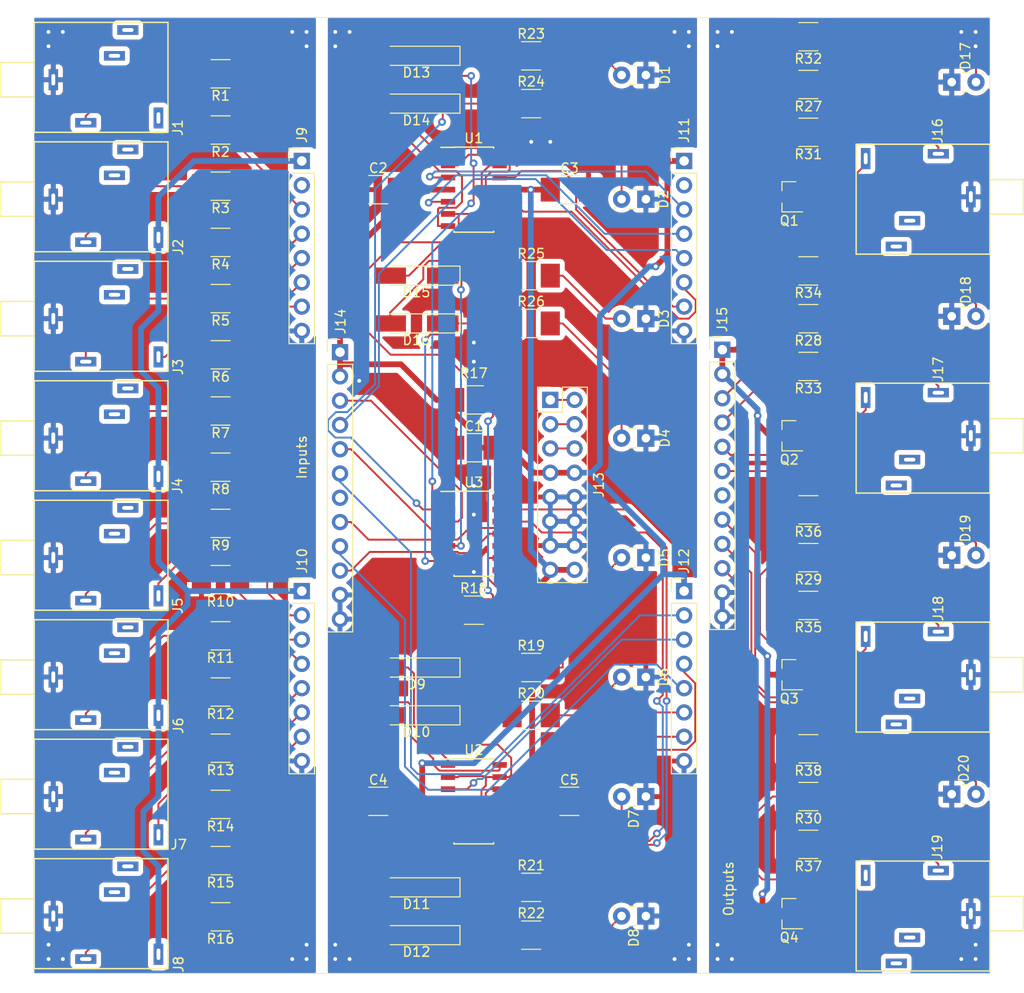
<source format=kicad_pcb>
(kicad_pcb (version 20241229) (generator "pcbnew") (generator_version "9.0")
  (layers (0 "F.Cu" signal) (2 "B.Cu" signal) (13 "F.Paste" user) (15 "B.Paste" user) (5 "F.SilkS" user "F.Silkscreen") (7 "B.SilkS" user "B.Silkscreen") (1 "F.Mask" user) (3 "B.Mask" user) (25 "Edge.Cuts" user))
  (net 0 "")
  (net 1 "/-12V_B")
  (net 2 "Net-(D1-Pad2)")
  (net 3 "Net-(D2-Pad2)")
  (net 4 "Net-(D3-Pad2)")
  (net 5 "Net-(D4-Pad2)")
  (net 6 "Net-(D5-Pad2)")
  (net 7 "Net-(D6-Pad2)")
  (net 8 "Net-(D7-Pad2)")
  (net 9 "Net-(D8-Pad2)")
  (net 10 "/GND_C")
  (net 11 "Net-(D17-Pad2)")
  (net 12 "Net-(D18-Pad2)")
  (net 13 "Net-(D19-Pad2)")
  (net 14 "Net-(D20-Pad2)")
  (net 15 "Net-(J1-Pad3)")
  (net 16 "Net-(J1-Pad2)")
  (net 17 "Net-(J2-Pad3)")
  (net 18 "Net-(J3-Pad3)")
  (net 19 "/1_Carry_A")
  (net 20 "Net-(J4-Pad3)")
  (net 21 "/2_Carry_A")
  (net 22 "Net-(J5-Pad3)")
  (net 23 "Net-(J6-Pad3)")
  (net 24 "Net-(J7-Pad3)")
  (net 25 "/3_Carry_A")
  (net 26 "Net-(J8-Pad3)")
  (net 27 "/IN2B_A")
  (net 28 "/IN2A_A")
  (net 29 "/IN1B_A")
  (net 30 "/IN1A_A")
  (net 31 "Net-(J9-Pad2)")
  (net 32 "/IN4B_A")
  (net 33 "/IN4A_A")
  (net 34 "/IN3B_A")
  (net 35 "/IN3A_A")
  (net 36 "Net-(J11-Pad2)")
  (net 37 "/IN1A_B")
  (net 38 "/IN1B_B")
  (net 39 "/1_Carry_B")
  (net 40 "/IN2A_B")
  (net 41 "/IN2B_B")
  (net 42 "/2_Carry_B")
  (net 43 "/IN3A_B")
  (net 44 "/IN3B_B")
  (net 45 "/3_Carry_B")
  (net 46 "/IN4A_B")
  (net 47 "/IN4B_B")
  (net 48 "Net-(J13-Pad5)")
  (net 49 "Net-(J13-Pad3)")
  (net 50 "Net-(J13-Pad1)")
  (net 51 "/Out4_B")
  (net 52 "/Out3_B")
  (net 53 "Net-(J14-Pad7)")
  (net 54 "/Out2_B")
  (net 55 "/Out1_B")
  (net 56 "/Out1_C")
  (net 57 "/1_Carry_C")
  (net 58 "/Out2_C")
  (net 59 "/2_Carry_C")
  (net 60 "Net-(J15-Pad7)")
  (net 61 "/Out3_C")
  (net 62 "/3_Carry_C")
  (net 63 "/Out4_C")
  (net 64 "Net-(J16-Pad3)")
  (net 65 "Net-(J17-Pad3)")
  (net 66 "Net-(J18-Pad3)")
  (net 67 "Net-(J19-Pad3)")
  (net 68 "Net-(J19-Pad2)")
  (net 69 "+12V_B")
  (net 70 "GND_B")
  (net 71 "GND_A")
  (net 72 "+12VDC_A")
  (net 73 "+12V_C")
  (net 74 "Net-(D9-Pad2)")
  (net 75 "Net-(D9-Pad1)")
  (net 76 "Net-(D10-Pad2)")
  (net 77 "Net-(D10-Pad1)")
  (net 78 "Net-(D11-Pad1)")
  (net 79 "Net-(D11-Pad2)")
  (net 80 "Net-(D12-Pad2)")
  (net 81 "Net-(D12-Pad1)")
  (net 82 "Net-(D13-Pad1)")
  (net 83 "Net-(D13-Pad2)")
  (net 84 "Net-(D14-Pad1)")
  (net 85 "Net-(D14-Pad2)")
  (net 86 "Net-(D15-Pad1)")
  (net 87 "Net-(D15-Pad2)")
  (net 88 "Net-(D16-Pad2)")
  (net 89 "Net-(D16-Pad1)")
  (net 90 "Net-(Q1-Pad2)")
  (net 91 "Net-(Q2-Pad2)")
  (net 92 "Net-(Q3-Pad2)")
  (net 93 "Net-(Q4-Pad2)")
  (net 94 "Bias")
  (footprint "LEDs:LED_Rectangular_W3.9mm_H1.9mm" (layer "F.Cu") (at 64 6.0147 180)
    (property "Reference" "D1")
    (property "Value" "LED")
  )
  (footprint "LEDs:LED_Rectangular_W3.9mm_H1.9mm" (layer "F.Cu") (at 64 19 180)
    (property "Reference" "D2")
    (property "Value" "LED")
  )
  (footprint "LEDs:LED_Rectangular_W3.9mm_H1.9mm" (layer "F.Cu") (at 64 31.5 180)
    (property "Reference" "D3")
    (property "Value" "LED")
  )
  (footprint "LEDs:LED_Rectangular_W3.9mm_H1.9mm" (layer "F.Cu") (at 64 44 180)
    (property "Reference" "D4")
    (property "Value" "LED")
  )
  (footprint "LEDs:LED_Rectangular_W3.9mm_H1.9mm" (layer "F.Cu") (at 64 56.5 180)
    (property "Reference" "D5")
    (property "Value" "LED")
  )
  (footprint "LEDs:LED_Rectangular_W3.9mm_H1.9mm" (layer "F.Cu") (at 64 69 180)
    (property "Reference" "D6")
    (property "Value" "LED")
  )
  (footprint "LEDs:LED_Rectangular_W3.9mm_H1.9mm" (layer "F.Cu") (at 64 81.5 180)
    (property "Reference" "D7")
    (property "Value" "LED")
  )
  (footprint "LEDs:LED_Rectangular_W3.9mm_H1.9mm" (layer "F.Cu") (at 64 94 180)
    (property "Reference" "D8")
    (property "Value" "LED")
  )
  (footprint "LEDs:LED_Rectangular_W3.9mm_H1.9mm" (layer "F.Cu") (at 96 6.75)
    (property "Reference" "D17")
    (property "Value" "LED")
  )
  (footprint "LEDs:LED_Rectangular_W3.9mm_H1.9mm" (layer "F.Cu") (at 96 31.25)
    (property "Reference" "D18")
    (property "Value" "LED")
  )
  (footprint "LEDs:LED_Rectangular_W3.9mm_H1.9mm" (layer "F.Cu") (at 96 56.25)
    (property "Reference" "D19")
    (property "Value" "LED")
  )
  (footprint "LEDs:LED_Rectangular_W3.9mm_H1.9mm" (layer "F.Cu") (at 96 81.25)
    (property "Reference" "D20")
    (property "Value" "LED")
  )
  (footprint "Pin_Headers:Pin_Header_Straight_1x08_Pitch2.54mm" (layer "F.Cu") (at 28 15)
    (property "Reference" "J9")
    (property "Value" "Conn_01x08")
  )
  (footprint "Pin_Headers:Pin_Header_Straight_1x08_Pitch2.54mm" (layer "F.Cu") (at 28 60)
    (property "Reference" "J10")
    (property "Value" "Conn_01x08")
  )
  (footprint "Pin_Headers:Pin_Header_Straight_1x08_Pitch2.54mm" (layer "F.Cu") (at 68 15)
    (property "Reference" "J11")
    (property "Value" "Conn_01x08")
  )
  (footprint "Pin_Headers:Pin_Header_Straight_1x08_Pitch2.54mm" (layer "F.Cu") (at 68 60)
    (property "Reference" "J12")
    (property "Value" "Conn_01x08")
  )
  (footprint "Pin_Headers:Pin_Header_Straight_2x08_Pitch2.54mm" (layer "F.Cu") (at 54 40)
    (property "Reference" "J13")
    (property "Value" "Conn_02x08_Odd_Even")
  )
  (footprint "Pin_Headers:Pin_Header_Straight_1x12_Pitch2.54mm" (layer "F.Cu") (at 32 35)
    (property "Reference" "J14")
    (property "Value" "Conn_01x12")
  )
  (footprint "Pin_Headers:Pin_Header_Straight_1x12_Pitch2.54mm" (layer "F.Cu") (at 72 34.75)
    (property "Reference" "J15")
    (property "Value" "Conn_01x12")
  )
  (footprint "Custom_Library:Mono_Jack_3.5mm_Switch_Switchcraft_35RAPC2AH3" (layer "F.Cu") (at 100 18.75 180)
    (property "Reference" "J16")
    (property "Value" "AudioJack1_Switch")
  )
  (footprint "Custom_Library:Mono_Jack_3.5mm_Switch_Switchcraft_35RAPC2AH3" (layer "F.Cu") (at 100 43.75 180)
    (property "Reference" "J17")
    (property "Value" "AudioJack1_Switch")
  )
  (footprint "Custom_Library:Mono_Jack_3.5mm_Switch_Switchcraft_35RAPC2AH3" (layer "F.Cu") (at 100 68.75 180)
    (property "Reference" "J18")
    (property "Value" "AudioJack1_Switch")
  )
  (footprint "Custom_Library:Mono_Jack_3.5mm_Switch_Switchcraft_35RAPC2AH3" (layer "F.Cu") (at 100 93.75 180)
    (property "Reference" "J19")
    (property "Value" "AudioJack1_Switch")
  )
  (footprint "Custom_Library:Mono_Jack_3.5mm_Switch_Switchcraft_35RAPC2AH3" (layer "F.Cu") (at 0 56.5)
    (property "Reference" "J5")
    (property "Value" "AudioJack1_Switch")
  )
  (footprint "Custom_Library:Mono_Jack_3.5mm_Switch_Switchcraft_35RAPC2AH3" (layer "F.Cu") (at 0 6.5)
    (property "Reference" "J1")
    (property "Value" "AudioJack1_Switch")
  )
  (footprint "Custom_Library:Mono_Jack_3.5mm_Switch_Switchcraft_35RAPC2AH3" (layer "F.Cu") (at 0 94)
    (property "Reference" "J8")
    (property "Value" "AudioJack1_Switch")
  )
  (footprint "Custom_Library:Mono_Jack_3.5mm_Switch_Switchcraft_35RAPC2AH3" (layer "F.Cu") (at 0 31.5)
    (property "Reference" "J3")
    (property "Value" "AudioJack1_Switch")
  )
  (footprint "Custom_Library:Mono_Jack_3.5mm_Switch_Switchcraft_35RAPC2AH3" (layer "F.Cu") (at 0 69)
    (property "Reference" "J6")
    (property "Value" "AudioJack1_Switch")
  )
  (footprint "Custom_Library:Mono_Jack_3.5mm_Switch_Switchcraft_35RAPC2AH3" (layer "F.Cu") (at 0 19)
    (property "Reference" "J2")
    (property "Value" "AudioJack1_Switch")
  )
  (footprint "Custom_Library:Mono_Jack_3.5mm_Switch_Switchcraft_35RAPC2AH3" (layer "F.Cu") (at 0 81.5)
    (property "Reference" "J7")
    (property "Value" "AudioJack1_Switch")
  )
  (footprint "Custom_Library:Mono_Jack_3.5mm_Switch_Switchcraft_35RAPC2AH3" (layer "F.Cu") (at 0 44)
    (property "Reference" "J4")
    (property "Value" "AudioJack1_Switch")
  )
  (footprint "Capacitors_SMD:C_1210_HandSoldering" (layer "F.Cu") (at 46 45)
    (property "Reference" "C1")
    (property "Value" "10uF")
  )
  (footprint "Capacitors_SMD:C_1210_HandSoldering" (layer "F.Cu") (at 36 18)
    (property "Reference" "C2")
    (property "Value" "10uF")
  )
  (footprint "Capacitors_SMD:C_1210_HandSoldering" (layer "F.Cu") (at 56 18)
    (property "Reference" "C3")
    (property "Value" "10uF")
  )
  (footprint "Capacitors_SMD:C_1210_HandSoldering" (layer "F.Cu") (at 36 82)
    (property "Reference" "C4")
    (property "Value" "10uF")
  )
  (footprint "Capacitors_SMD:C_1210_HandSoldering" (layer "F.Cu") (at 56 82)
    (property "Reference" "C5")
    (property "Value" "10uF")
  )
  (footprint "Diodes_SMD:D_MiniMELF_Handsoldering" (layer "F.Cu") (at 40 68 180)
    (property "Reference" "D9")
    (property "Value" "LL4148")
  )
  (footprint "Diodes_SMD:D_MiniMELF_Handsoldering" (layer "F.Cu") (at 40 73 180)
    (property "Reference" "D10")
    (property "Value" "LL4148")
  )
  (footprint "Diodes_SMD:D_MiniMELF_Handsoldering" (layer "F.Cu") (at 40 91 180)
    (property "Reference" "D11")
    (property "Value" "LL4148")
  )
  (footprint "Diodes_SMD:D_MiniMELF_Handsoldering" (layer "F.Cu") (at 40 96 180)
    (property "Reference" "D12")
    (property "Value" "LL4148")
  )
  (footprint "Diodes_SMD:D_MiniMELF_Handsoldering" (layer "F.Cu") (at 40 4 180)
    (property "Reference" "D13")
    (property "Value" "LL4148")
  )
  (footprint "Diodes_SMD:D_MiniMELF_Handsoldering" (layer "F.Cu") (at 40 9 180)
    (property "Reference" "D14")
    (property "Value" "LL4148")
  )
  (footprint "Diodes_SMD:D_MiniMELF_Handsoldering" (layer "F.Cu") (at 40 27 180)
    (property "Reference" "D15")
    (property "Value" "LL4148")
  )
  (footprint "Diodes_SMD:D_MiniMELF_Handsoldering" (layer "F.Cu") (at 40 32 180)
    (property "Reference" "D16")
    (property "Value" "LL4148")
  )
  (footprint "TO_SOT_Packages_SMD:SOT-23" (layer "F.Cu") (at 79 18.75 180)
    (property "Reference" "Q1")
    (property "Value" "MMBT3904")
  )
  (footprint "TO_SOT_Packages_SMD:SOT-23" (layer "F.Cu") (at 79 43.75 180)
    (property "Reference" "Q2")
    (property "Value" "MMBT3904")
  )
  (footprint "TO_SOT_Packages_SMD:SOT-23" (layer "F.Cu") (at 79 68.75 180)
    (property "Reference" "Q3")
    (property "Value" "MMBT3904")
  )
  (footprint "TO_SOT_Packages_SMD:SOT-23" (layer "F.Cu") (at 79 93.75 180)
    (property "Reference" "Q4")
    (property "Value" "MMBT3904")
  )
  (footprint "Resistors_SMD:R_1210_HandSoldering" (layer "F.Cu") (at 19.5 5.88 180)
    (property "Reference" "R1")
    (property "Value" "1k")
  )
  (footprint "Resistors_SMD:R_1210_HandSoldering" (layer "F.Cu") (at 19.5 11.76 180)
    (property "Reference" "R2")
    (property "Value" "100k")
  )
  (footprint "Resistors_SMD:R_1210_HandSoldering" (layer "F.Cu") (at 19.5 17.64 180)
    (property "Reference" "R3")
    (property "Value" "1k")
  )
  (footprint "Resistors_SMD:R_1210_HandSoldering" (layer "F.Cu") (at 19.5 23.52 180)
    (property "Reference" "R4")
    (property "Value" "100k")
  )
  (footprint "Resistors_SMD:R_1210_HandSoldering" (layer "F.Cu") (at 19.5 29.4 180)
    (property "Reference" "R5")
    (property "Value" "1k")
  )
  (footprint "Resistors_SMD:R_1210_HandSoldering" (layer "F.Cu") (at 19.5 35.28 180)
    (property "Reference" "R6")
    (property "Value" "100k")
  )
  (footprint "Resistors_SMD:R_1210_HandSoldering" (layer "F.Cu") (at 19.5 41.16 180)
    (property "Reference" "R7")
    (property "Value" "1k")
  )
  (footprint "Resistors_SMD:R_1210_HandSoldering" (layer "F.Cu") (at 19.5 47.04 180)
    (property "Reference" "R8")
    (property "Value" "100k")
  )
  (footprint "Resistors_SMD:R_1210_HandSoldering" (layer "F.Cu") (at 19.5 52.92 180)
    (property "Reference" "R9")
    (property "Value" "1k")
  )
  (footprint "Resistors_SMD:R_1210_HandSoldering" (layer "F.Cu") (at 19.5 58.8 180)
    (property "Reference" "R10")
    (property "Value" "100k")
  )
  (footprint "Resistors_SMD:R_1210_HandSoldering" (layer "F.Cu") (at 19.5 64.68 180)
    (property "Reference" "R11")
    (property "Value" "1k")
  )
  (footprint "Resistors_SMD:R_1210_HandSoldering" (layer "F.Cu") (at 19.5 70.56 180)
    (property "Reference" "R12")
    (property "Value" "100k")
  )
  (footprint "Resistors_SMD:R_1210_HandSoldering" (layer "F.Cu") (at 19.5 76.44 180)
    (property "Reference" "R13")
    (property "Value" "1k")
  )
  (footprint "Resistors_SMD:R_1210_HandSoldering" (layer "F.Cu") (at 19.5 82.32 180)
    (property "Reference" "R14")
    (property "Value" "100k")
  )
  (footprint "Resistors_SMD:R_1210_HandSoldering" (layer "F.Cu") (at 19.5 88.2 180)
    (property "Reference" "R15")
    (property "Value" "1k")
  )
  (footprint "Resistors_SMD:R_1210_HandSoldering" (layer "F.Cu") (at 19.5 94.08 180)
    (property "Reference" "R16")
    (property "Value" "100k")
  )
  (footprint "Resistors_SMD:R_1210_HandSoldering" (layer "F.Cu") (at 46 40 180)
    (property "Reference" "R17")
    (property "Value" "100k")
  )
  (footprint "Resistors_SMD:R_1210_HandSoldering" (layer "F.Cu") (at 46 62)
    (property "Reference" "R18")
    (property "Value" "10k")
  )
  (footprint "Resistors_SMD:R_1210_HandSoldering" (layer "F.Cu") (at 52 68)
    (property "Reference" "R19")
    (property "Value" "2k7")
  )
  (footprint "Resistors_SMD:R_1210_HandSoldering" (layer "F.Cu") (at 52 73)
    (property "Reference" "R20")
    (property "Value" "2k7")
  )
  (footprint "Resistors_SMD:R_1210_HandSoldering" (layer "F.Cu") (at 52 91)
    (property "Reference" "R21")
    (property "Value" "2k7")
  )
  (footprint "Resistors_SMD:R_1210_HandSoldering" (layer "F.Cu") (at 52 96)
    (property "Reference" "R22")
    (property "Value" "2k7")
  )
  (footprint "Resistors_SMD:R_1210_HandSoldering" (layer "F.Cu") (at 52 4)
    (property "Reference" "R23")
    (property "Value" "2k7")
  )
  (footprint "Resistors_SMD:R_1210_HandSoldering" (layer "F.Cu") (at 52 9)
    (property "Reference" "R24")
    (property "Value" "2k7")
  )
  (footprint "Resistors_SMD:R_1210_HandSoldering" (layer "F.Cu") (at 52 27)
    (property "Reference" "R25")
    (property "Value" "2k7")
  )
  (footprint "Resistors_SMD:R_1210_HandSoldering" (layer "F.Cu") (at 52 32)
    (property "Reference" "R26")
    (property "Value" "2k7")
  )
  (footprint "Resistors_SMD:R_1210_HandSoldering" (layer "F.Cu") (at 81 7 180)
    (property "Reference" "R27")
    (property "Value" "1k")
  )
  (footprint "Resistors_SMD:R_1210_HandSoldering" (layer "F.Cu") (at 81 31.5 180)
    (property "Reference" "R28")
    (property "Value" "1k")
  )
  (footprint "Resistors_SMD:R_1210_HandSoldering" (layer "F.Cu") (at 81 56.5 180)
    (property "Reference" "R29")
    (property "Value" "1k")
  )
  (footprint "Resistors_SMD:R_1210_HandSoldering" (layer "F.Cu") (at 81 81.5 180)
    (property "Reference" "R30")
    (property "Value" "1k")
  )
  (footprint "Resistors_SMD:R_1210_HandSoldering" (layer "F.Cu") (at 81 12 180)
    (property "Reference" "R31")
    (property "Value" "1k")
  )
  (footprint "Resistors_SMD:R_1210_HandSoldering" (layer "F.Cu") (at 81 2 180)
    (property "Reference" "R32")
    (property "Value" "2k7")
  )
  (footprint "Resistors_SMD:R_1210_HandSoldering" (layer "F.Cu") (at 81 36.5 180)
    (property "Reference" "R33")
    (property "Value" "1k")
  )
  (footprint "Resistors_SMD:R_1210_HandSoldering" (layer "F.Cu") (at 81 26.5 180)
    (property "Reference" "R34")
    (property "Value" "2k7")
  )
  (footprint "Resistors_SMD:R_1210_HandSoldering" (layer "F.Cu") (at 81 61.5 180)
    (property "Reference" "R35")
    (property "Value" "1k")
  )
  (footprint "Resistors_SMD:R_1210_HandSoldering" (layer "F.Cu") (at 81 51.5 180)
    (property "Reference" "R36")
    (property "Value" "2k7")
  )
  (footprint "Resistors_SMD:R_1210_HandSoldering" (layer "F.Cu") (at 81 86.5 180)
    (property "Reference" "R37")
    (property "Value" "1k")
  )
  (footprint "Resistors_SMD:R_1210_HandSoldering" (layer "F.Cu") (at 81 76.5 180)
    (property "Reference" "R38")
    (property "Value" "2k7")
  )
  (footprint "Housings_SOIC:SOIC-14_3.9x8.7mm_Pitch1.27mm" (layer "F.Cu") (at 46 18)
    (property "Reference" "U1")
    (property "Value" "TL074")
  )
  (footprint "Housings_SOIC:SOIC-14_3.9x8.7mm_Pitch1.27mm" (layer "F.Cu") (at 46 82)
    (property "Reference" "U2")
    (property "Value" "TL074")
  )
  (footprint "Housings_SOIC:SOIC-14_3.9x8.7mm_Pitch1.27mm" (layer "F.Cu") (at 46 54)
    (property "Reference" "U3")
    (property "Value" "CD4011")
  )
  (gr_line (start 0 0) (end 100 0) (stroke (width 0.05)) (layer "Edge.Cuts"))
  (gr_line (start 0 100) (end 100 100) (stroke (width 0.05)) (layer "Edge.Cuts"))
  (gr_line (start 100 0) (end 100 100) (stroke (width 0.05)) (layer "Edge.Cuts"))
  (gr_line (start 0 0) (end 0 100) (stroke (width 0.05)) (layer "Edge.Cuts"))
  (gr_text "Outputs" (at 72.6567 91.14282 90) (layer "F.SilkS") (effects (font (size 1 1))))
  (gr_text "Inputs" (at 28 46 90) (layer "F.SilkS") (effects (font (size 1 1))))
  (segment (start 54 57.78) (end 54.4501 57.78) (width 0.6) (layer "F.Cu") (net 1))
  (segment (start 54.4501 57.78) (end 52.0997 60.1304) (width 0.6) (layer "F.Cu") (net 1))
  (segment (start 53.0499 82) (end 52.0997 82) (width 0.6) (layer "F.Cu") (net 1))
  (segment (start 51.9582 18) (end 48.7 18) (width 0.6) (layer "F.Cu") (net 1))
  (segment (start 54 82) (end 53.0499 82) (width 0.6) (layer "F.Cu") (net 1))
  (segment (start 54.4501 57.78) (end 56.54 57.78) (width 0.6) (layer "F.Cu") (net 1))
  (segment (start 52.0997 60.1304) (end 52.0997 82) (width 0.6) (layer "F.Cu") (net 1))
  (segment (start 51.9582 18) (end 51.9582 17.99997) (width 0.6) (layer "F.Cu") (net 1))
  (segment (start 52.0997 18) (end 51.9582 18) (width 0.6) (layer "F.Cu") (net 1))
  (segment (start 52.0997 82) (end 48.7 82) (width 0.6) (layer "F.Cu") (net 1))
  (segment (start 54 18) (end 52.0997 18) (width 0.6) (layer "F.Cu") (net 1))
  (via (at 51.9582 17.99997) (size 0.8) (drill 0.4) (layers "F.Cu" "B.Cu") (net 1))
  (segment (start 51.9582 55.7382) (end 51.9582 17.99997) (width 0.6) (layer "B.Cu") (net 1))
  (segment (start 54 57.78) (end 51.9582 55.7382) (width 0.6) (layer "B.Cu") (net 1))
  (segment (start 59.4453 4) (end 61.46 6.0147) (width 0.2) (layer "F.Cu") (net 2))
  (segment (start 54 4) (end 59.4453 4) (width 0.2) (layer "F.Cu") (net 2))
  (segment (start 61.46 15.1597) (end 61.46 19) (width 0.2) (layer "F.Cu") (net 3))
  (segment (start 55.3003 9) (end 61.46 15.1597) (width 0.2) (layer "F.Cu") (net 3))
  (segment (start 54 9) (end 55.3003 9) (width 0.2) (layer "F.Cu") (net 3))
  (segment (start 55.3003 27) (end 59.8003 31.5) (width 0.2) (layer "F.Cu") (net 4))
  (segment (start 54 27) (end 55.3003 27) (width 0.2) (layer "F.Cu") (net 4))
  (segment (start 59.8003 31.5) (end 61.46 31.5) (width 0.2) (layer "F.Cu") (net 4))
  (segment (start 54 32) (end 55.3003 32) (width 0.2) (layer "F.Cu") (net 5))
  (segment (start 55.3003 32) (end 61.46 38.1597) (width 0.2) (layer "F.Cu") (net 5))
  (segment (start 61.46 38.1597) (end 61.46 44) (width 0.2) (layer "F.Cu") (net 5))
  (segment (start 55.3003 62.6597) (end 61.46 56.5) (width 0.2) (layer "F.Cu") (net 6))
  (segment (start 55.3003 68) (end 55.3003 62.6597) (width 0.2) (layer "F.Cu") (net 6))
  (segment (start 54 68) (end 55.3003 68) (width 0.2) (layer "F.Cu") (net 6))
  (segment (start 57.46 73) (end 61.46 69) (width 0.2) (layer "F.Cu") (net 7))
  (segment (start 54 73) (end 57.46 73) (width 0.2) (layer "F.Cu") (net 7))
  (segment (start 54 91) (end 55.558 91) (width 0.2) (layer "F.Cu") (net 8))
  (segment (start 61.468 81.508) (end 61.46 81.5) (width 0.2) (layer "F.Cu") (net 8))
  (segment (start 55.558 91) (end 61.468 85.09) (width 0.2) (layer "F.Cu") (net 8))
  (segment (start 61.468 85.09) (end 61.468 81.508) (width 0.2) (layer "F.Cu") (net 8))
  (segment (start 59.46 96) (end 61.46 94) (width 0.2) (layer "F.Cu") (net 9))
  (segment (start 54 96) (end 59.46 96) (width 0.2) (layer "F.Cu") (net 9))
  (via (at 73 1.5) (size 0.8) (drill 0.4) (layers "F.Cu" "B.Cu") (net 10))
  (via (at 98.5 1.5) (size 0.8) (drill 0.4) (layers "F.Cu" "B.Cu") (net 10))
  (via (at 71.5 97) (size 0.8) (drill 0.4) (layers "F.Cu" "B.Cu") (net 10))
  (via (at 98.5 98.5) (size 0.8) (drill 0.4) (layers "F.Cu" "B.Cu") (net 10))
  (via (at 97 1.5) (size 0.8) (drill 0.4) (layers "F.Cu" "B.Cu") (net 10))
  (via (at 73 98.5) (size 0.8) (drill 0.4) (layers "F.Cu" "B.Cu") (net 10))
  (via (at 97 98.5) (size 0.8) (drill 0.4) (layers "F.Cu" "B.Cu") (net 10))
  (via (at 98.5 97) (size 0.8) (drill 0.4) (layers "F.Cu" "B.Cu") (net 10))
  (via (at 71.5 98.5) (size 0.8) (drill 0.4) (layers "F.Cu" "B.Cu") (net 10))
  (via (at 98.5 3) (size 0.8) (drill 0.4) (layers "F.Cu" "B.Cu") (net 10))
  (via (at 71.5 1.5) (size 0.8) (drill 0.4) (layers "F.Cu" "B.Cu") (net 10))
  (via (at 71.5 3) (size 0.8) (drill 0.4) (layers "F.Cu" "B.Cu") (net 10))
  (segment (start 83 2) (end 84.2 2) (width 0.2) (layer "F.Cu") (net 11))
  (segment (start 95.504 2.032) (end 98.54 5.068) (width 0.2) (layer "F.Cu") (net 11))
  (segment (start 84.2 2) (end 84.232 2.032) (width 0.2) (layer "F.Cu") (net 11))
  (segment (start 84.232 2.032) (end 95.504 2.032) (width 0.2) (layer "F.Cu") (net 11))
  (segment (start 98.54 5.068) (end 98.54 6.75) (width 0.2) (layer "F.Cu") (net 11))
  (segment (start 98.54 29.9772) (end 98.54 31.25) (width 0.2) (layer "F.Cu") (net 12))
  (segment (start 83 26.5) (end 95.0628 26.5) (width 0.2) (layer "F.Cu") (net 12))
  (segment (start 95.0628 26.5) (end 98.54 29.9772) (width 0.2) (layer "F.Cu") (net 12))
  (segment (start 83 51.5) (end 95.0628 51.5) (width 0.2) (layer "F.Cu") (net 13))
  (segment (start 95.0628 51.5) (end 98.54 54.9772) (width 0.2) (layer "F.Cu") (net 13))
  (segment (start 98.54 54.9772) (end 98.54 56.25) (width 0.2) (layer "F.Cu") (net 13))
  (segment (start 95.0628 76.5) (end 98.54 79.9772) (width 0.2) (layer "F.Cu") (net 14))
  (segment (start 98.54 79.9772) (end 98.54 81.25) (width 0.2) (layer "F.Cu") (net 14))
  (segment (start 83 76.5) (end 95.0628 76.5) (width 0.2) (layer "F.Cu") (net 14))
  (segment (start 9.82 5.88) (end 17.5 5.88) (width 0.2) (layer "F.Cu") (net 15))
  (segment (start 5.4 10.3) (end 9.82 5.88) (width 0.2) (layer "F.Cu") (net 15))
  (segment (start 5.4 11) (end 5.4 10.3) (width 0.2) (layer "F.Cu") (net 15))
  (segment (start 5.4 22.8) (end 10.56 17.64) (width 0.2) (layer "F.Cu") (net 17))
  (segment (start 10.56 17.64) (end 17.5 17.64) (width 0.2) (layer "F.Cu") (net 17))
  (segment (start 5.4 23.5) (end 5.4 22.8) (width 0.2) (layer "F.Cu") (net 17))
  (segment (start 5.4 36) (end 5.4 34.986) (width 0.2) (layer "F.Cu") (net 18))
  (segment (start 10.986 29.4) (end 17.5 29.4) (width 0.2) (layer "F.Cu") (net 18))
  (segment (start 5.4 34.986) (end 10.986 29.4) (width 0.2) (layer "F.Cu") (net 18))
  (segment (start 14.986 33.02) (end 15.748 32.258) (width 0.2) (layer "F.Cu") (net 19))
  (segment (start 20.574 26.162) (end 26.998 26.162) (width 0.2) (layer "F.Cu") (net 19))
  (segment (start 14.986 34.214) (end 14.986 33.02) (width 0.2) (layer "F.Cu") (net 19))
  (segment (start 13 35.5) (end 13.7 35.5) (width 0.2) (layer "F.Cu") (net 19))
  (segment (start 15.748 32.258) (end 18.796 32.258) (width 0.2) (layer "F.Cu") (net 19))
  (segment (start 13.7 35.5) (end 14.986 34.214) (width 0.2) (layer "F.Cu") (net 19))
  (segment (start 26.998 26.162) (end 28 25.16) (width 0.2) (layer "F.Cu") (net 19))
  (segment (start 18.796 32.258) (end 19.558 31.496) (width 0.2) (layer "F.Cu") (net 19))
  (segment (start 19.558 27.178) (end 20.574 26.162) (width 0.2) (layer "F.Cu") (net 19))
  (segment (start 19.558 31.496) (end 19.558 27.178) (width 0.2) (layer "F.Cu") (net 19))
  (segment (start 12.04 41.16) (end 17.5 41.16) (width 0.2) (layer "F.Cu") (net 20))
  (segment (start 5.4 48.5) (end 5.4 47.8) (width 0.2) (layer "F.Cu") (net 20))
  (segment (start 5.4 47.8) (end 12.04 41.16) (width 0.2) (layer "F.Cu") (net 20))
  (segment (start 23.368 50.546) (end 24.384 51.562) (width 0.2) (layer "F.Cu") (net 21))
  (segment (start 19.05 55.88) (end 19.558 55.372) (width 0.2) (layer "F.Cu") (net 21))
  (segment (start 13 59.2) (end 16.32 55.88) (width 0.2) (layer "F.Cu") (net 21))
  (segment (start 24.384 60.1261) (end 26.7979 62.54) (width 0.2) (layer "F.Cu") (net 21))
  (segment (start 26.7979 62.54) (end 28 62.54) (width 0.2) (layer "F.Cu") (net 21))
  (segment (start 20.574 50.546) (end 23.368 50.546) (width 0.2) (layer "F.Cu") (net 21))
  (segment (start 24.384 51.562) (end 24.384 60.1261) (width 0.2) (layer "F.Cu") (net 21))
  (segment (start 19.558 55.372) (end 19.558 51.562) (width 0.2) (layer "F.Cu") (net 21))
  (segment (start 16.32 55.88) (end 19.05 55.88) (width 0.2) (layer "F.Cu") (net 21))
  (segment (start 13 60.5) (end 13 59.2) (width 0.2) (layer "F.Cu") (net 21))
  (segment (start 19.558 51.562) (end 20.574 50.546) (width 0.2) (layer "F.Cu") (net 21))
  (segment (start 5.4 60.3) (end 12.78 52.92) (width 0.2) (layer "F.Cu") (net 22))
  (segment (start 12.78 52.92) (end 17.5 52.92) (width 0.2) (layer "F.Cu") (net 22))
  (segment (start 5.4 61) (end 5.4 60.3) (width 0.2) (layer "F.Cu") (net 22))
  (segment (start 13.52 64.68) (end 17.5 64.68) (width 0.2) (layer "F.Cu") (net 23))
  (segment (start 5.4 73.5) (end 5.4 72.8) (width 0.2) (layer "F.Cu") (net 23))
  (segment (start 5.4 72.8) (end 13.52 64.68) (width 0.2) (layer "F.Cu") (net 23))
  (segment (start 14.26 76.44) (end 17.5 76.44) (width 0.2) (layer "F.Cu") (net 24))
  (segment (start 5.4 86) (end 5.4 85.3) (width 0.2) (layer "F.Cu") (net 24))
  (segment (start 5.4 85.3) (end 14.26 76.44) (width 0.2) (layer "F.Cu") (net 24))
  (segment (start 19.558 74.676) (end 20.828 73.406) (width 0.2) (layer "F.Cu") (net 25))
  (segment (start 24.754 73.406) (end 28 70.16) (width 0.2) (layer "F.Cu") (net 25))
  (segment (start 18.288 79.248) (end 19.558 77.978) (width 0.2) (layer "F.Cu") (net 25))
  (segment (start 19.558 77.978) (end 19.558 74.676) (width 0.2) (layer "F.Cu") (net 25))
  (segment (start 13 85.5) (end 13 82.25) (width 0.2) (layer "F.Cu") (net 25))
  (segment (start 20.828 73.406) (end 24.754 73.406) (width 0.2) (layer "F.Cu") (net 25))
  (segment (start 16.002 79.248) (end 18.288 79.248) (width 0.2) (layer "F.Cu") (net 25))
  (segment (start 13 82.25) (end 16.002 79.248) (width 0.2) (layer "F.Cu") (net 25))
  (segment (start 15 88.2) (end 17.5 88.2) (width 0.2) (layer "F.Cu") (net 26))
  (segment (start 5.4 97.8) (end 15 88.2) (width 0.2) (layer "F.Cu") (net 26))
  (segment (start 5.4 98.5) (end 5.4 97.8) (width 0.2) (layer "F.Cu") (net 26))
  (segment (start 26.656 30.24) (end 28 30.24) (width 0.2) (layer "F.Cu") (net 27))
  (segment (start 21.5 47.04) (end 21.5 41.16) (width 0.2) (layer "F.Cu") (net 27))
  (segment (start 22.7 41.16) (end 25.4 38.46) (width 0.2) (layer "F.Cu") (net 27))
  (segment (start 25.4 31.496) (end 26.656 30.24) (width 0.2) (layer "F.Cu") (net 27))
  (segment (start 21.5 41.16) (end 22.7 41.16) (width 0.2) (layer "F.Cu") (net 27))
  (segment (start 25.4 38.46) (end 25.4 31.496) (width 0.2) (layer "F.Cu") (net 27))
  (segment (start 26.3 29.4) (end 28 27.7) (width 0.2) (layer "F.Cu") (net 28))
  (segment (start 21.5 29.4) (end 26.3 29.4) (width 0.2) (layer "F.Cu") (net 28))
  (segment (start 21.5 29.4) (end 21.5 35.28) (width 0.2) (layer "F.Cu") (net 28))
  (segment (start 27.1 23.52) (end 28 22.62) (width 0.2) (layer "F.Cu") (net 29))
  (segment (start 21.5 23.52) (end 27.1 23.52) (width 0.2) (layer "F.Cu") (net 29))
  (segment (start 21.5 17.64) (end 21.5 23.52) (width 0.2) (layer "F.Cu") (net 29))
  (segment (start 21.5 13.58) (end 28 20.08) (width 0.2) (layer "F.Cu") (net 30))
  (segment (start 21.5 11.76) (end 21.5 13.58) (width 0.2) (layer "F.Cu") (net 30))
  (segment (start 21.5 5.88) (end 21.5 11.76) (width 0.2) (layer "F.Cu") (net 30))
  (segment (start 25.4 85.5) (end 25.4 77.84) (width 0.2) (layer "F.Cu") (net 32))
  (segment (start 21.5 94.08) (end 21.5 88.2) (width 0.2) (layer "F.Cu") (net 32))
  (segment (start 21.5 88.2) (end 22.7 88.2) (width 0.2) (layer "F.Cu") (net 32))
  (segment (start 22.7 88.2) (end 25.4 85.5) (width 0.2) (layer "F.Cu") (net 32))
  (segment (start 25.4 77.84) (end 28 75.24) (width 0.2) (layer "F.Cu") (net 32))
  (segment (start 21.5 76.44) (end 24.26 76.44) (width 0.2) (layer "F.Cu") (net 33))
  (segment (start 21.5 82.32) (end 21.5 76.44) (width 0.2) (layer "F.Cu") (net 33))
  (segment (start 24.26 76.44) (end 28 72.7) (width 0.2) (layer "F.Cu") (net 33))
  (segment (start 28 67.62) (end 25.06 64.68) (width 0.2) (layer "F.Cu") (net 34))
  (segment (start 21.5 70.56) (end 21.5 64.68) (width 0.2) (layer "F.Cu") (net 34))
  (segment (start 25.06 64.68) (end 21.5 64.68) (width 0.2) (layer "F.Cu") (net 34))
  (segment (start 21.5 52.92) (end 21.5 58.8) (width 0.2) (layer "F.Cu") (net 35))
  (segment (start 21.5 60.25) (end 26.33 65.08) (width 0.2) (layer "F.Cu") (net 35))
  (segment (start 21.5 58.8) (end 21.5 60.25) (width 0.2) (layer "F.Cu") (net 35))
  (segment (start 26.33 65.08) (end 28 65.08) (width 0.2) (layer "F.Cu") (net 35))
  (segment (start 41.489915 16.73) (end 41.396915 16.637) (width 0.2) (layer "F.Cu") (net 37))
  (segment (start 43.3 16.73) (end 41.489915 16.73) (width 0.2) (layer "F.Cu") (net 37))
  (via (at 41.396915 16.637) (size 0.8) (drill 0.4) (layers "F.Cu" "B.Cu") (net 37))
  (segment (start 41.796914 16.237001) (end 41.396915 16.637) (width 0.2) (layer "B.Cu") (net 37))
  (segment (start 41.933954 16.099961) (end 41.796914 16.237001) (width 0.2) (layer "B.Cu") (net 37))
  (segment (start 64.019961 16.099961) (end 41.933954 16.099961) (width 0.2) (layer "B.Cu") (net 37))
  (segment (start 68 20.08) (end 64.019961 16.099961) (width 0.2) (layer "B.Cu") (net 37))
  (segment (start 41.369012 19.27) (end 41.275 19.364012) (width 0.2) (layer "F.Cu") (net 38))
  (segment (start 43.3 19.27) (end 41.369012 19.27) (width 0.2) (layer "F.Cu") (net 38))
  (via (at 41.275 19.364012) (size 0.8) (drill 0.4) (layers "F.Cu" "B.Cu") (net 38))
  (segment (start 68 22.62) (end 59.6946 22.62) (width 0.2) (layer "B.Cu") (net 38))
  (segment (start 44.139044 16.499968) (end 41.674999 18.964013) (width 0.2) (layer "B.Cu") (net 38))
  (segment (start 59.6946 22.62) (end 53.574568 16.499968) (width 0.2) (layer "B.Cu") (net 38))
  (segment (start 41.674999 18.964013) (end 41.275 19.364012) (width 0.2) (layer "B.Cu") (net 38))
  (segment (start 53.574568 16.499968) (end 44.139044 16.499968) (width 0.2) (layer "B.Cu") (net 38))
  (segment (start 36.068 26.797) (end 45.965031 16.899969) (width 0.2) (layer "B.Cu") (net 39))
  (segment (start 36.068 38.552) (end 36.068 26.797) (width 0.2) (layer "B.Cu") (net 39))
  (segment (start 32 42.62) (end 36.068 38.552) (width 0.2) (layer "B.Cu") (net 39))
  (segment (start 59.888501 24.310001) (end 67.150001 24.310001) (width 0.2) (layer "B.Cu") (net 39))
  (segment (start 67.150001 24.310001) (end 68 25.16) (width 0.2) (layer "B.Cu") (net 39))
  (segment (start 45.965031 16.899969) (end 52.478469 16.899969) (width 0.2) (layer "B.Cu") (net 39))
  (segment (start 52.478469 16.899969) (end 59.888501 24.310001) (width 0.2) (layer "B.Cu") (net 39))
  (segment (start 69.215 29.55735) (end 69.215 30.7604) (width 0.2) (layer "F.Cu") (net 40))
  (segment (start 67.4247 31.496) (end 56.2322 20.3035) (width 0.2) (layer "F.Cu") (net 40))
  (segment (start 68.4794 31.496) (end 67.4247 31.496) (width 0.2) (layer "F.Cu") (net 40))
  (segment (start 69.215 30.7604) (end 68.4794 31.496) (width 0.2) (layer "F.Cu") (net 40))
  (segment (start 56.2322 20.3035) (end 51.1835 20.3035) (width 0.2) (layer "F.Cu") (net 40))
  (segment (start 50.15 19.27) (end 48.7 19.27) (width 0.2) (layer "F.Cu") (net 40))
  (segment (start 68 28.34235) (end 69.215 29.55735) (width 0.2) (layer "F.Cu") (net 40))
  (segment (start 51.1835 20.3035) (end 50.15 19.27) (width 0.2) (layer "F.Cu") (net 40))
  (segment (start 68 27.7) (end 68 28.34235) (width 0.2) (layer "F.Cu") (net 40))
  (segment (start 68 30.24) (end 66.8497 30.24) (width 0.2) (layer "F.Cu") (net 41))
  (segment (start 56.6996 17.4193) (end 55.3299 16.0496) (width 0.2) (layer "F.Cu") (net 41))
  (segment (start 50.9696 16.0496) (end 50.2892 16.73) (width 0.2) (layer "F.Cu") (net 41))
  (segment (start 66.8497 30.24) (end 56.6996 20.0899) (width 0.2) (layer "F.Cu") (net 41))
  (segment (start 50.2892 16.73) (end 48.7 16.73) (width 0.2) (layer "F.Cu") (net 41))
  (segment (start 56.6996 20.0899) (end 56.6996 17.4193) (width 0.2) (layer "F.Cu") (net 41))
  (segment (start 55.3299 16.0496) (end 50.9696 16.0496) (width 0.2) (layer "F.Cu") (net 41))
  (segment (start 39.4234 55.9861) (end 39.4234 78.4299) (width 0.2) (layer "B.Cu") (net 42))
  (segment (start 40.1446 79.1511) (end 46.764 79.1511) (width 0.2) (layer "B.Cu") (net 42))
  (segment (start 46.764 79.1511) (end 63.3751 62.54) (width 0.2) (layer "B.Cu") (net 42))
  (segment (start 39.4234 78.4299) (end 40.1446 79.1511) (width 0.2) (layer "B.Cu") (net 42))
  (segment (start 32 47.7) (end 32 48.5627) (width 0.2) (layer "B.Cu") (net 42))
  (segment (start 32 48.5627) (end 39.4234 55.9861) (width 0.2) (layer "B.Cu") (net 42))
  (segment (start 63.3751 62.54) (end 68 62.54) (width 0.2) (layer "B.Cu") (net 42))
  (segment (start 45.3088 80.73) (end 45.574001 80.464799) (width 0.2) (layer "F.Cu") (net 43))
  (segment (start 45.574001 80.464799) (end 45.974 80.0648) (width 0.2) (layer "F.Cu") (net 43))
  (segment (start 43.3 80.73) (end 45.3088 80.73) (width 0.2) (layer "F.Cu") (net 43))
  (via (at 45.974 80.0648) (size 0.8) (drill 0.4) (layers "F.Cu" "B.Cu") (net 43))
  (segment (start 61.4668 65.08) (end 46.881999 79.664801) (width 0.2) (layer "B.Cu") (net 43))
  (segment (start 68 65.08) (end 61.4668 65.08) (width 0.2) (layer "B.Cu") (net 43))
  (segment (start 46.881999 79.664801) (end 46.373999 79.664801) (width 0.2) (layer "B.Cu") (net 43))
  (segment (start 46.373999 79.664801) (end 45.974 80.0648) (width 0.2) (layer "B.Cu") (net 43))
  (segment (start 68 68.4827) (end 69.1651 69.6478) (width 0.2) (layer "F.Cu") (net 44))
  (segment (start 42.2177 85.1437) (end 42.037 84.963) (width 0.2) (layer "F.Cu") (net 44))
  (segment (start 56.6987 83.71) (end 55.265 85.1437) (width 0.2) (layer "F.Cu") (net 44))
  (segment (start 55.265 85.1437) (end 42.2177 85.1437) (width 0.2) (layer "F.Cu") (net 44))
  (segment (start 69.1651 75.7108) (end 68.2692 76.6067) (width 0.2) (layer "F.Cu") (net 44))
  (segment (start 42.037 84.212998) (end 42.309999 83.939999) (width 0.2) (layer "F.Cu") (net 44))
  (segment (start 68.2692 76.6067) (end 60.7065 76.6067) (width 0.2) (layer "F.Cu") (net 44))
  (segment (start 68 67.62) (end 68 68.4827) (width 0.2) (layer "F.Cu") (net 44))
  (segment (start 43.3 83.7) (end 43.3 83.27) (width 0.2) (layer "F.Cu") (net 44))
  (segment (start 42.309999 83.939999) (end 43.060001 83.939999) (width 0.2) (layer "F.Cu") (net 44))
  (segment (start 69.1651 69.6478) (end 69.1651 75.7108) (width 0.2) (layer "F.Cu") (net 44))
  (segment (start 43.060001 83.939999) (end 43.3 83.7) (width 0.2) (layer "F.Cu") (net 44))
  (segment (start 56.6987 80.6145) (end 56.6987 83.71) (width 0.2) (layer "F.Cu") (net 44))
  (segment (start 60.7065 76.6067) (end 56.6987 80.6145) (width 0.2) (layer "F.Cu") (net 44))
  (segment (start 42.037 84.963) (end 42.037 84.212998) (width 0.2) (layer "F.Cu") (net 44))
  (segment (start 67.62 70.16) (end 68 70.16) (width 0.2) (layer "B.Cu") (net 45))
  (segment (start 32 56.1826) (end 38.7905 62.9731) (width 0.2) (layer "B.Cu") (net 45))
  (segment (start 47.5882 80.7862) (end 60.6834 67.691) (width 0.2) (layer "B.Cu") (net 45))
  (segment (start 60.6834 67.691) (end 65.151 67.691) (width 0.2) (layer "B.Cu") (net 45))
  (segment (start 38.7905 78.3631) (end 41.2136 80.7862) (width 0.2) (layer "B.Cu") (net 45))
  (segment (start 32 55.32) (end 32 56.1826) (width 0.2) (layer "B.Cu") (net 45))
  (segment (start 65.151 67.691) (end 67.62 70.16) (width 0.2) (layer "B.Cu") (net 45))
  (segment (start 38.7905 62.9731) (end 38.7905 78.3631) (width 0.2) (layer "B.Cu") (net 45))
  (segment (start 41.2136 80.7862) (end 47.5882 80.7862) (width 0.2) (layer "B.Cu") (net 45))
  (segment (start 55.7677 83.5063) (end 55.3134 83.9606) (width 0.2) (layer "F.Cu") (net 46))
  (segment (start 51.964 83.9606) (end 51.2734 83.27) (width 0.2) (layer "F.Cu") (net 46))
  (segment (start 55.7677 80.4045) (end 55.7677 83.5063) (width 0.2) (layer "F.Cu") (net 46))
  (segment (start 63.4722 72.7) (end 55.7677 80.4045) (width 0.2) (layer "F.Cu") (net 46))
  (segment (start 55.3134 83.9606) (end 51.964 83.9606) (width 0.2) (layer "F.Cu") (net 46))
  (segment (start 68 72.7) (end 63.4722 72.7) (width 0.2) (layer "F.Cu") (net 46))
  (segment (start 51.2734 83.27) (end 48.7 83.27) (width 0.2) (layer "F.Cu") (net 46))
  (segment (start 66.8497 75.2401) (end 61.5068 75.2401) (width 0.2) (layer "F.Cu") (net 47))
  (segment (start 56.2971 80.4498) (end 56.2971 83.543) (width 0.2) (layer "F.Cu") (net 47))
  (segment (start 56.2971 83.543) (end 55.4792 84.3609) (width 0.2) (layer "F.Cu") (net 47))
  (segment (start 55.4792 84.3609) (end 50.3083 84.3609) (width 0.2) (layer "F.Cu") (net 47))
  (segment (start 47.2496 83.348) (end 47.2496 81.1301) (width 0.2) (layer "F.Cu") (net 47))
  (segment (start 48.7 80.73) (end 47.6497 80.73) (width 0.2) (layer "F.Cu") (net 47))
  (segment (start 61.5068 75.2401) (end 56.2971 80.4498) (width 0.2) (layer "F.Cu") (net 47))
  (segment (start 47.7719 83.8703) (end 47.2496 83.348) (width 0.2) (layer "F.Cu") (net 47))
  (segment (start 66.8497 75.24) (end 66.8497 75.2401) (width 0.2) (layer "F.Cu") (net 47))
  (segment (start 68 75.24) (end 66.8497 75.24) (width 0.2) (layer "F.Cu") (net 47))
  (segment (start 50.3083 84.3609) (end 49.8177 83.8703) (width 0.2) (layer "F.Cu") (net 47))
  (segment (start 47.2496 81.1301) (end 47.6497 80.73) (width 0.2) (layer "F.Cu") (net 47))
  (segment (start 49.8177 83.8703) (end 47.7719 83.8703) (width 0.2) (layer "F.Cu") (net 47))
  (segment (start 54 45.08) (end 56.54 45.08) (width 0.2) (layer "F.Cu") (net 48))
  (segment (start 54 42.54) (end 56.54 42.54) (width 0.2) (layer "F.Cu") (net 49))
  (segment (start 54 40) (end 56.54 40) (width 0.2) (layer "F.Cu") (net 50))
  (segment (start 48.7 54) (end 47.6497 54) (width 0.2) (layer "F.Cu") (net 51))
  (segment (start 32 57.86) (end 33.1503 57.86) (width 0.2) (layer "F.Cu") (net 51))
  (segment (start 44.2983 55.905) (end 44.4211 56.0278) (width 0.2) (layer "F.Cu") (net 51))
  (segment (start 35.1053 55.905) (end 44.2983 55.905) (width 0.2) (layer "F.Cu") (net 51))
  (segment (start 45.6219 56.0278) (end 47.6497 54) (width 0.2) (layer "F.Cu") (net 51))
  (segment (start 44.4211 56.0278) (end 45.6219 56.0278) (width 0.2) (layer "F.Cu") (net 51))
  (segment (start 33.1503 57.86) (end 35.1053 55.905) (width 0.2) (layer "F.Cu") (net 51))
  (segment (start 48.7 55.27) (end 49.632 55.27) (width 0.2) (layer "F.Cu") (net 52))
  (segment (start 49.632 55.27) (end 49.911 54.991) (width 0.2) (layer "F.Cu") (net 52))
  (segment (start 34.9923 54.622) (end 33.1503 52.78) (width 0.2) (layer "F.Cu") (net 52))
  (segment (start 45.5204 53.3996) (end 44.298 54.622) (width 0.2) (layer "F.Cu") (net 52))
  (segment (start 44.298 54.622) (end 34.9923 54.622) (width 0.2) (layer "F.Cu") (net 52))
  (segment (start 49.911 54.991) (end 49.911 53.7277) (width 0.2) (layer "F.Cu") (net 52))
  (segment (start 33.1503 52.78) (end 32 52.78) (width 0.2) (layer "F.Cu") (net 52))
  (segment (start 49.5829 53.3996) (end 45.5204 53.3996) (width 0.2) (layer "F.Cu") (net 52))
  (segment (start 49.911 53.7277) (end 49.5829 53.3996) (width 0.2) (layer "F.Cu") (net 52))
  (segment (start 41.9903 54) (end 33.1503 45.16) (width 0.2) (layer "F.Cu") (net 54))
  (segment (start 32 45.16) (end 33.1503 45.16) (width 0.2) (layer "F.Cu") (net 54))
  (segment (start 43.3 54) (end 41.9903 54) (width 0.2) (layer "F.Cu") (net 54))
  (segment (start 43.3 52.73) (end 44.3503 52.73) (width 0.2) (layer "F.Cu") (net 55))
  (segment (start 35.239 40.08) (end 44.7546 49.5956) (width 0.2) (layer "F.Cu") (net 55))
  (segment (start 32 40.08) (end 35.239 40.08) (width 0.2) (layer "F.Cu") (net 55))
  (segment (start 44.7546 49.5956) (end 44.7546 52.3257) (width 0.2) (layer "F.Cu") (net 55))
  (segment (start 44.7546 52.3257) (end 44.3503 52.73) (width 0.2) (layer "F.Cu") (net 55))
  (segment (start 75.692 24.892) (end 80 20.584) (width 0.2) (layer "F.Cu") (net 56))
  (segment (start 75.692 36.138) (end 75.692 24.892) (width 0.2) (layer "F.Cu") (net 56))
  (segment (start 72 39.83) (end 75.692 36.138) (width 0.2) (layer "F.Cu") (net 56))
  (segment (start 80 20.584) (end 80 19.7) (width 0.2) (layer "F.Cu") (net 56))
  (segment (start 72 42.37) (end 76.2 38.17) (width 0.2) (layer "F.Cu") (net 57))
  (segment (start 76.2 26.15) (end 87 15.35) (width 0.2) (layer "F.Cu") (net 57))
  (segment (start 76.2 38.17) (end 76.2 26.15) (width 0.2) (layer "F.Cu") (net 57))
  (segment (start 87 15.35) (end 87 14.75) (width 0.2) (layer "F.Cu") (net 57))
  (segment (start 80 45.3) (end 80 44.7) (width 0.2) (layer "F.Cu") (net 58))
  (segment (start 72 44.91) (end 72.85 45.76) (width 0.2) (layer "F.Cu") (net 58))
  (segment (start 79.54 45.76) (end 80 45.3) (width 0.2) (layer "F.Cu") (net 58))
  (segment (start 72.85 45.76) (end 79.54 45.76) (width 0.2) (layer "F.Cu") (net 58))
  (segment (start 72 47.45) (end 80.6 47.45) (width 0.2) (layer "F.Cu") (net 59))
  (segment (start 87 41.05) (end 87 39.75) (width 0.2) (layer "F.Cu") (net 59))
  (segment (start 80.6 47.45) (end 87 41.05) (width 0.2) (layer "F.Cu") (net 59))
  (segment (start 75.438 69.596) (end 76.962 71.12) (width 0.2) (layer "F.Cu") (net 61))
  (segment (start 72 52.53) (end 75.438 55.968) (width 0.2) (layer "F.Cu") (net 61))
  (segment (start 80 70.3) (end 80 69.7) (width 0.2) (layer "F.Cu") (net 61))
  (segment (start 79.18 71.12) (end 80 70.3) (width 0.2) (layer "F.Cu") (net 61))
  (segment (start 76.962 71.12) (end 79.18 71.12) (width 0.2) (layer "F.Cu") (net 61))
  (segment (start 75.438 55.968) (end 75.438 69.596) (width 0.2) (layer "F.Cu") (net 61))
  (segment (start 87 66.05) (end 87 64.75) (width 0.2) (layer "F.Cu") (net 62))
  (segment (start 72 55.07) (end 75.038 58.108) (width 0.2) (layer "F.Cu") (net 62))
  (segment (start 81.422 71.628) (end 87 66.05) (width 0.2) (layer "F.Cu") (net 62))
  (segment (start 75.038 69.7617) (end 76.9043 71.628) (width 0.2) (layer "F.Cu") (net 62))
  (segment (start 76.9043 71.628) (end 81.422 71.628) (width 0.2) (layer "F.Cu") (net 62))
  (segment (start 75.038 58.108) (end 75.038 69.7617) (width 0.2) (layer "F.Cu") (net 62))
  (segment (start 74.638 94.45) (end 76.708 96.52) (width 0.2) (layer "F.Cu") (net 63))
  (segment (start 80 95.3) (end 80 94.7) (width 0.2) (layer "F.Cu") (net 63))
  (segment (start 74.638 60.248) (end 74.638 94.45) (width 0.2) (layer "F.Cu") (net 63))
  (segment (start 78.78 96.52) (end 80 95.3) (width 0.2) (layer "F.Cu") (net 63))
  (segment (start 72 57.61) (end 74.638 60.248) (width 0.2) (layer "F.Cu") (net 63))
  (segment (start 76.708 96.52) (end 78.78 96.52) (width 0.2) (layer "F.Cu") (net 63))
  (segment (start 88.05 7) (end 94.6 13.55) (width 0.2) (layer "F.Cu") (net 64))
  (segment (start 94.6 13.55) (end 94.6 14.25) (width 0.2) (layer "F.Cu") (net 64))
  (segment (start 79 10.55) (end 82.55 7) (width 0.2) (layer "F.Cu") (net 64))
  (segment (start 83 7) (end 88.05 7) (width 0.2) (layer "F.Cu") (net 64))
  (segment (start 82.55 7) (end 83 7) (width 0.2) (layer "F.Cu") (net 64))
  (segment (start 79 12) (end 79 10.55) (width 0.2) (layer "F.Cu") (net 64))
  (segment (start 94.6 38.55) (end 94.6 39.25) (width 0.2) (layer "F.Cu") (net 65))
  (segment (start 79 35.05) (end 82.55 31.5) (width 0.2) (layer "F.Cu") (net 65))
  (segment (start 82.55 31.5) (end 83 31.5) (width 0.2) (layer "F.Cu") (net 65))
  (segment (start 87.55 31.5) (end 94.6 38.55) (width 0.2) (layer "F.Cu") (net 65))
  (segment (start 83 31.5) (end 87.55 31.5) (width 0.2) (layer "F.Cu") (net 65))
  (segment (start 79 36.5) (end 79 35.05) (width 0.2) (layer "F.Cu") (net 65))
  (segment (start 87.55 56.5) (end 94.6 63.55) (width 0.2) (layer "F.Cu") (net 66))
  (segment (start 79 61.5) (end 79 60.05) (width 0.2) (layer "F.Cu") (net 66))
  (segment (start 79 60.05) (end 82.55 56.5) (width 0.2) (layer "F.Cu") (net 66))
  (segment (start 82.55 56.5) (end 83 56.5) (width 0.2) (layer "F.Cu") (net 66))
  (segment (start 94.6 63.55) (end 94.6 64.25) (width 0.2) (layer "F.Cu") (net 66))
  (segment (start 83 56.5) (end 87.55 56.5) (width 0.2) (layer "F.Cu") (net 66))
  (segment (start 94.6 88.55) (end 94.6 89.25) (width 0.2) (layer "F.Cu") (net 67))
  (segment (start 79 86.5) (end 79 85.05) (width 0.2) (layer "F.Cu") (net 67))
  (segment (start 82.55 81.5) (end 83 81.5) (width 0.2) (layer "F.Cu") (net 67))
  (segment (start 87.55 81.5) (end 94.6 88.55) (width 0.2) (layer "F.Cu") (net 67))
  (segment (start 79 85.05) (end 82.55 81.5) (width 0.2) (layer "F.Cu") (net 67))
  (segment (start 83 81.5) (end 87.55 81.5) (width 0.2) (layer "F.Cu") (net 67))
  (segment (start 68 15) (end 66.55 15) (width 0.6) (layer "F.Cu") (net 69))
  (segment (start 44 41.46) (end 44 40) (width 0.6) (layer "F.Cu") (net 69))
  (segment (start 52.2497 47.62) (end 49.6297 45) (width 0.6) (layer "F.Cu") (net 69))
  (segment (start 32 35) (end 32 36.27) (width 0.6) (layer "F.Cu") (net 69))
  (segment (start 41.5801 81.9304) (end 41.6497 82) (width 0.6) (layer "F.Cu") (net 69))
  (segment (start 43.3 18) (end 39.6 18) (width 0.6) (layer "F.Cu") (net 69))
  (segment (start 32 36.27) (end 38.3697 36.27) (width 0.6) (layer "F.Cu") (net 69))
  (segment (start 65.423999 25.635017) (end 65.024 26.035016) (width 0.6) (layer "F.Cu") (net 69))
  (segment (start 44.2246 41.656) (end 44.196 41.656) (width 0.6) (layer "F.Cu") (net 69))
  (segment (start 32.004 25.846) (end 38 19.85) (width 0.6) (layer "F.Cu") (net 69))
  (segment (start 48 45) (end 49.6297 45) (width 0.6) (layer "F.Cu") (net 69))
  (segment (start 54 47.62) (end 56.54 47.62) (width 0.6) (layer "F.Cu") (net 69))
  (segment (start 38.3697 36.27) (end 42.0997 40) (width 0.6) (layer "F.Cu") (net 69))
  (segment (start 32 36.27) (end 32 37.54) (width 0.6) (layer "F.Cu") (net 69))
  (segment (start 48.7 45) (end 48.7 50.19) (width 0.6) (layer "F.Cu") (net 69))
  (segment (start 66.55 15) (end 66.249999 15.300001) (width 0.6) (layer "F.Cu") (net 69))
  (segment (start 32.004 34.996) (end 32.004 25.846) (width 0.6) (layer "F.Cu") (net 69))
  (segment (start 40.5962 78.007) (end 40.5962 81.9304) (width 0.6) (layer "F.Cu") (net 69))
  (segment (start 49.6297 45) (end 49.9003 45.2706) (width 0.6) (layer "F.Cu") (net 69))
  (segment (start 66.249999 15.300001) (end 66.249999 24.809017) (width 0.6) (layer "F.Cu") (net 69))
  (segment (start 43.3 82) (end 41.6497 82) (width 0.6) (layer "F.Cu") (net 69))
  (segment (start 54 47.62) (end 52.2497 47.62) (width 0.6) (layer "F.Cu") (net 69))
  (segment (start 49.9003 45.2706) (end 52.2497 47.62) (width 0.6) (layer "F.Cu") (net 69))
  (segment (start 48 45) (end 45.974 45) (width 0.6) (layer "F.Cu") (net 69))
  (segment (start 39.6 18) (end 38 18) (width 0.6) (layer "F.Cu") (net 69))
  (segment (start 44 40) (end 42.0997 40) (width 0.6) (layer "F.Cu") (net 69))
  (segment (start 66.249999 24.809017) (end 65.423999 25.635017) (width 0.6) (layer "F.Cu") (net 69))
  (segment (start 32 35) (end 32.004 34.996) (width 0.6) (layer "F.Cu") (net 69))
  (segment (start 44.196 41.656) (end 44 41.46) (width 0.6) (layer "F.Cu") (net 69))
  (segment (start 38 81.9304) (end 40.5962 81.9304) (width 0.6) (layer "F.Cu") (net 69))
  (segment (start 45.974 43.4054) (end 44.2246 41.656) (width 0.6) (layer "F.Cu") (net 69))
  (segment (start 40.5962 81.9304) (end 41.5801 81.9304) (width 0.6) (layer "F.Cu") (net 69))
  (segment (start 38 82) (end 38 81.9304) (width 0.6) (layer "F.Cu") (net 69))
  (segment (start 45.974 45) (end 45.974 43.4054) (width 0.6) (layer "F.Cu") (net 69))
  (segment (start 49.6297 45) (end 48.7 45) (width 0.6) (layer "F.Cu") (net 69))
  (segment (start 38 19.85) (end 38 18) (width 0.6) (layer "F.Cu") (net 69))
  (via (at 40.5962 78.007) (size 0.8) (drill 0.4) (layers "F.Cu" "B.Cu") (net 69))
  (via (at 65.024 26.035016) (size 0.8) (drill 0.4) (layers "F.Cu" "B.Cu") (net 69))
  (segment (start 68 60) (end 68 58.2497) (width 0.6) (layer "B.Cu") (net 69))
  (segment (start 59.182 46.7283) (end 59.182 31.184297) (width 0.6) (layer "B.Cu") (net 69))
  (segment (start 58.2903 47.62) (end 59.182 46.7283) (width 0.6) (layer "B.Cu") (net 69))
  (segment (start 64.458315 26.035016) (end 65.024 26.035016) (width 0.6) (layer "B.Cu") (net 69))
  (segment (start 65.8004 58.2497) (end 68 58.2497) (width 0.6) (layer "B.Cu") (net 69))
  (segment (start 65.8004 58.2497) (end 46.0431 78.007) (width 0.6) (layer "B.Cu") (net 69))
  (segment (start 60.8719 50.2016) (end 65.8004 55.1301) (width 0.6) (layer "B.Cu") (net 69))
  (segment (start 65.8004 55.1301) (end 65.8004 58.2497) (width 0.6) (layer "B.Cu") (net 69))
  (segment (start 64.331281 26.035016) (end 64.458315 26.035016) (width 0.6) (layer "B.Cu") (net 69))
  (segment (start 46.0431 78.007) (end 40.5962 78.007) (width 0.6) (layer "B.Cu") (net 69))
  (segment (start 56.54 47.62) (end 58.2903 47.62) (width 0.6) (layer "B.Cu") (net 69))
  (segment (start 58.2903 47.62) (end 60.8719 50.2016) (width 0.6) (layer "B.Cu") (net 69))
  (segment (start 59.182 31.184297) (end 64.331281 26.035016) (width 0.6) (layer "B.Cu") (net 69))
  (via (at 31.5 98.5) (size 0.8) (drill 0.4) (layers "F.Cu" "B.Cu") (net 70))
  (via (at 46 34) (size 0.8) (drill 0.4) (layers "F.Cu" "B.Cu") (net 70))
  (via (at 46 52) (size 0.8) (drill 0.4) (layers "F.Cu" "B.Cu") (net 70))
  (via (at 68.5 97) (size 0.8) (drill 0.4) (layers "F.Cu" "B.Cu") (net 70))
  (via (at 67 98.5) (size 0.8) (drill 0.4) (layers "F.Cu" "B.Cu") (net 70))
  (via (at 33 98.5) (size 0.8) (drill 0.4) (layers "F.Cu" "B.Cu") (net 70))
  (via (at 67 1.5) (size 0.8) (drill 0.4) (layers "F.Cu" "B.Cu") (net 70))
  (via (at 31.5 3) (size 0.8) (drill 0.4) (layers "F.Cu" "B.Cu") (net 70))
  (via (at 46 49) (size 0.8) (drill 0.4) (layers "F.Cu" "B.Cu") (net 70))
  (via (at 31.5 97) (size 0.8) (drill 0.4) (layers "F.Cu" "B.Cu") (net 70))
  (via (at 33 1.5) (size 0.8) (drill 0.4) (layers "F.Cu" "B.Cu") (net 70))
  (via (at 46 36) (size 0.8) (drill 0.4) (layers "F.Cu" "B.Cu") (net 70))
  (via (at 34 38) (size 0.8) (drill 0.4) (layers "F.Cu" "B.Cu") (net 70))
  (via (at 31.5 1.5) (size 0.8) (drill 0.4) (layers "F.Cu" "B.Cu") (net 70))
  (via (at 68.5 3) (size 0.8) (drill 0.4) (layers "F.Cu" "B.Cu") (net 70))
  (via (at 52 13) (size 0.8) (drill 0.4) (layers "F.Cu" "B.Cu") (net 70))
  (via (at 54 13) (size 0.8) (drill 0.4) (layers "F.Cu" "B.Cu") (net 70))
  (via (at 68.5 98.5) (size 0.8) (drill 0.4) (layers "F.Cu" "B.Cu") (net 70))
  (via (at 68.5 1.5) (size 0.8) (drill 0.4) (layers "F.Cu" "B.Cu") (net 70))
  (via (at 46 58) (size 0.8) (drill 0.4) (layers "F.Cu" "B.Cu") (net 70))
  (via (at 28.5 98.5) (size 0.8) (drill 0.4) (layers "F.Cu" "B.Cu") (net 71))
  (via (at 3 98.5) (size 0.8) (drill 0.4) (layers "F.Cu" "B.Cu") (net 71))
  (via (at 1.5 98.5) (size 0.8) (drill 0.4) (layers "F.Cu" "B.Cu") (net 71))
  (via (at 1.5 1.5) (size 0.8) (drill 0.4) (layers "F.Cu" "B.Cu") (net 71))
  (via (at 3 1.5) (size 0.8) (drill 0.4) (layers "F.Cu" "B.Cu") (net 71))
  (via (at 1.5 97) (size 0.8) (drill 0.4) (layers "F.Cu" "B.Cu") (net 71))
  (via (at 28.5 97) (size 0.8) (drill 0.4) (layers "F.Cu" "B.Cu") (net 71))
  (via (at 27 98.5) (size 0.8) (drill 0.4) (layers "F.Cu" "B.Cu") (net 71))
  (via (at 28.5 3) (size 0.8) (drill 0.4) (layers "F.Cu" "B.Cu") (net 71))
  (via (at 27 1.5) (size 0.8) (drill 0.4) (layers "F.Cu" "B.Cu") (net 71))
  (via (at 28.5 1.5) (size 0.8) (drill 0.4) (layers "F.Cu" "B.Cu") (net 71))
  (via (at 1.5 3) (size 0.8) (drill 0.4) (layers "F.Cu" "B.Cu") (net 71))
  (segment (start 16.75 15) (end 13 18.75) (width 0.6) (layer "B.Cu") (net 72))
  (segment (start 13 88.8) (end 13 98) (width 0.6) (layer "B.Cu") (net 72))
  (segment (start 11.43 83.058) (end 11.43 87.23) (width 0.6) (layer "B.Cu") (net 72))
  (segment (start 11.176 32.512) (end 11.176 36.956) (width 0.6) (layer "B.Cu") (net 72))
  (segment (start 16.058 60) (end 16.058 61.412) (width 0.6) (layer "B.Cu") (net 72))
  (segment (start 11.43 87.23) (end 13 88.8) (width 0.6) (layer "B.Cu") (net 72))
  (segment (start 13 18.75) (end 13 23) (width 0.6) (layer "B.Cu") (net 72))
  (segment (start 13 64.47) (end 13 73) (width 0.6) (layer "B.Cu") (net 72))
  (segment (start 16.058 60) (end 28 60) (width 0.6) (layer "B.Cu") (net 72))
  (segment (start 13 56.942) (end 16.058 60) (width 0.6) (layer "B.Cu") (net 72))
  (segment (start 13 73) (end 13 81.488) (width 0.6) (layer "B.Cu") (net 72))
  (segment (start 13 38.78) (end 13 48) (width 0.6) (layer "B.Cu") (net 72))
  (segment (start 13 48) (end 13 56.942) (width 0.6) (layer "B.Cu") (net 72))
  (segment (start 13 81.488) (end 11.43 83.058) (width 0.6) (layer "B.Cu") (net 72))
  (segment (start 13 23) (end 13 30.688) (width 0.6) (layer "B.Cu") (net 72))
  (segment (start 28 15) (end 16.75 15) (width 0.6) (layer "B.Cu") (net 72))
  (segment (start 11.176 36.956) (end 13 38.78) (width 0.6) (layer "B.Cu") (net 72))
  (segment (start 13 30.688) (end 11.176 32.512) (width 0.6) (layer "B.Cu") (net 72))
  (segment (start 16.058 61.412) (end 13 64.47) (width 0.6) (layer "B.Cu") (net 72))
  (segment (start 76.708 68.508) (end 76.95 68.75) (width 0.6) (layer "F.Cu") (net 73))
  (segment (start 72 34.75) (end 73.45 34.75) (width 0.6) (layer "F.Cu") (net 73))
  (segment (start 73.45 34.75) (end 74.692 33.508) (width 0.6) (layer "F.Cu") (net 73))
  (segment (start 74.692 33.508) (end 74.692 20.304) (width 0.6) (layer "F.Cu") (net 73))
  (segment (start 76.95 68.75) (end 78 68.75) (width 0.6) (layer "F.Cu") (net 73))
  (segment (start 78 43.75) (end 76.95 43.75) (width 0.6) (layer "F.Cu") (net 73))
  (segment (start 72 37.29) (end 72 34.75) (width 0.6) (layer "F.Cu") (net 73))
  (segment (start 74.692 20.304) (end 76.246 18.75) (width 0.6) (layer "F.Cu") (net 73))
  (segment (start 76.2 91.694) (end 76.2 93) (width 0.6) (layer "F.Cu") (net 73))
  (segment (start 76.95 43.75) (end 75.692 42.492) (width 0.6) (layer "F.Cu") (net 73))
  (segment (start 76.246 18.75) (end 78 18.75) (width 0.6) (layer "F.Cu") (net 73))
  (segment (start 75.692 42.492) (end 75.692 41.656) (width 0.6) (layer "F.Cu") (net 73))
  (segment (start 76.2 93) (end 76.95 93.75) (width 0.6) (layer "F.Cu") (net 73))
  (segment (start 76.95 93.75) (end 78 93.75) (width 0.6) (layer "F.Cu") (net 73))
  (segment (start 76.708 66.802) (end 76.708 68.508) (width 0.6) (layer "F.Cu") (net 73))
  (via (at 75.692 41.656) (size 0.8) (drill 0.4) (layers "F.Cu" "B.Cu") (net 73))
  (via (at 76.708 66.802) (size 0.8) (drill 0.4) (layers "F.Cu" "B.Cu") (net 73))
  (via (at 76.2 91.694) (size 0.8) (drill 0.4) (layers "F.Cu" "B.Cu") (net 73))
  (segment (start 72 37.29) (end 75.692 40.982) (width 0.6) (layer "B.Cu") (net 73))
  (segment (start 76.708 91.186) (end 76.2 91.694) (width 0.6) (layer "B.Cu") (net 73))
  (segment (start 76.708 66.802) (end 76.708 91.186) (width 0.6) (layer "B.Cu") (net 73))
  (segment (start 75.692 40.982) (end 75.692 41.656) (width 0.6) (layer "B.Cu") (net 73))
  (segment (start 75.692 41.656) (end 75.692 65.786) (width 0.6) (layer "B.Cu") (net 73))
  (segment (start 75.692 65.786) (end 76.708 66.802) (width 0.6) (layer "B.Cu") (net 73))
  (segment (start 39.731989 74.121989) (end 43.3 77.69) (width 0.2) (layer "F.Cu") (net 74))
  (segment (start 39.1 68) (end 39.731989 68.631989) (width 0.2) (layer "F.Cu") (net 74))
  (segment (start 37.25 68) (end 39.1 68) (width 0.2) (layer "F.Cu") (net 74))
  (segment (start 39.731989 68.631989) (end 39.731989 74.121989) (width 0.2) (layer "F.Cu") (net 74))
  (segment (start 43.3 77.69) (end 43.3 78.19) (width 0.2) (layer "F.Cu") (net 74))
  (segment (start 49.930011 63.538689) (end 49.930011 58.090011) (width 0.2) (layer "F.Cu") (net 75))
  (segment (start 49.7503 63.7184) (end 49.930011 63.538689) (width 0.2) (layer "F.Cu") (net 75))
  (segment (start 49.930011 58.090011) (end 49.65 57.81) (width 0.2) (layer "F.Cu") (net 75))
  (segment (start 49.7503 68) (end 50 68) (width 0.2) (layer "F.Cu") (net 75))
  (segment (start 42.75 68) (end 49.7503 68) (width 0.2) (layer "F.Cu") (net 75))
  (segment (start 49.7503 68) (end 49.7503 63.7184) (width 0.2) (layer "F.Cu") (net 75))
  (segment (start 49.65 57.81) (end 48.7 57.81) (width 0.2) (layer "F.Cu") (net 75))
  (segment (start 38.5111 85.81) (end 43.3 85.81) (width 0.2) (layer "F.Cu") (net 76))
  (segment (start 36.2996 75.1007) (end 36.2996 83.5985) (width 0.2) (layer "F.Cu") (net 76))
  (segment (start 37.25 74.1503) (end 36.2996 75.1007) (width 0.2) (layer "F.Cu") (net 76))
  (segment (start 37.25 73) (end 37.25 74.1503) (width 0.2) (layer "F.Cu") (net 76))
  (segment (start 36.2996 83.5985) (end 38.5111 85.81) (width 0.2) (layer "F.Cu") (net 76))
  (segment (start 40.64 69.7397) (end 40.64 67.04905) (width 0.2) (layer "F.Cu") (net 77))
  (segment (start 47.498 58.6866) (end 47.498 56.642) (width 0.2) (layer "F.Cu") (net 77))
  (segment (start 50 73) (end 42.75 73) (width 0.2) (layer "F.Cu") (net 77))
  (segment (start 40.64 67.04905) (end 41.01405 66.675) (width 0.2) (layer "F.Cu") (net 77))
  (segment (start 41.01405 66.675) (end 46.228 66.675) (width 0.2) (layer "F.Cu") (net 77))
  (segment (start 49.53 60.7186) (end 47.498 58.6866) (width 0.2) (layer "F.Cu") (net 77))
  (segment (start 42.75 71.8497) (end 40.64 69.7397) (width 0.2) (layer "F.Cu") (net 77))
  (segment (start 42.75 73) (end 42.75 71.8497) (width 0.2) (layer "F.Cu") (net 77))
  (segment (start 49.53 63.373) (end 49.53 60.7186) (width 0.2) (layer "F.Cu") (net 77))
  (segment (start 47.498 56.642) (end 47.6 56.54) (width 0.2) (layer "F.Cu") (net 77))
  (segment (start 47.6 56.54) (end 48.7 56.54) (width 0.2) (layer "F.Cu") (net 77))
  (segment (start 46.228 66.675) (end 49.53 63.373) (width 0.2) (layer "F.Cu") (net 77))
  (segment (start 50 92.45) (end 50 91) (width 0.2) (layer "F.Cu") (net 78))
  (segment (start 61.722 86.487) (end 55.245 92.964) (width 0.2) (layer "F.Cu") (net 78))
  (segment (start 55.245 92.964) (end 50.514 92.964) (width 0.2) (layer "F.Cu") (net 78))
  (segment (start 65.766989 55.606989) (end 65.766989 58.839689) (width 0.2) (layer "F.Cu") (net 78))
  (segment (start 64.0298 53.8698) (end 65.766989 55.606989) (width 0.2) (layer "F.Cu") (net 78))
  (segment (start 53.1033 53.8698) (end 64.0298 53.8698) (width 0.2) (layer "F.Cu") (net 78))
  (segment (start 64.366307 86.14469) (end 62.06431 86.14469) (width 0.2) (layer "F.Cu") (net 78))
  (segment (start 51.9635 52.73) (end 53.1033 53.8698) (width 0.2) (layer "F.Cu") (net 78))
  (segment (start 65.766989 70.885011) (end 65.151 71.501) (width 0.2) (layer "F.Cu") (net 78))
  (segment (start 42.75 91) (end 50 91) (width 0.2) (layer "F.Cu") (net 78))
  (segment (start 50.514 92.964) (end 50 92.45) (width 0.2) (layer "F.Cu") (net 78))
  (segment (start 65.766989 58.839689) (end 65.766989 70.885011) (width 0.2) (layer "F.Cu") (net 78))
  (segment (start 65.151 85.359997) (end 64.366307 86.14469) (width 0.2) (layer "F.Cu") (net 78))
  (segment (start 48.7 52.73) (end 51.9635 52.73) (width 0.2) (layer "F.Cu") (net 78))
  (segment (start 61.829989 86.379011) (end 61.722 86.487) (width 0.2) (layer "F.Cu") (net 78))
  (segment (start 62.06431 86.14469) (end 61.722 86.487) (width 0.2) (layer "F.Cu") (net 78))
  (via (at 65.151 85.359997) (size 0.8) (drill 0.4) (layers "F.Cu" "B.Cu") (net 78))
  (via (at 65.151 71.501) (size 0.8) (drill 0.4) (layers "F.Cu" "B.Cu") (net 78))
  (segment (start 65.151 71.501) (end 65.76699 72.11699) (width 0.2) (layer "B.Cu") (net 78))
  (segment (start 65.76699 84.744007) (end 65.151 85.359997) (width 0.2) (layer "B.Cu") (net 78))
  (segment (start 65.76699 72.11699) (end 65.76699 84.744007) (width 0.2) (layer "B.Cu") (net 78))
  (segment (start 47.6497 85.81) (end 48.7 85.81) (width 0.2) (layer "F.Cu") (net 79))
  (segment (start 44.3057 89.154) (end 47.6497 85.81) (width 0.2) (layer "F.Cu") (net 79))
  (segment (start 37.25 91) (end 37.25 90.131) (width 0.2) (layer "F.Cu") (net 79))
  (segment (start 38.227 89.154) (end 44.3057 89.154) (width 0.2) (layer "F.Cu") (net 79))
  (segment (start 37.25 90.131) (end 38.227 89.154) (width 0.2) (layer "F.Cu") (net 79))
  (segment (start 41.7553 78.1509) (end 41.7553 77.543) (width 0.2) (layer "F.Cu") (net 80))
  (segment (start 35.052 72.009) (end 35.052 74.2933) (width 0.2) (layer "F.Cu") (net 80))
  (segment (start 39.116 71.628) (end 35.433 71.628) (width 0.2) (layer "F.Cu") (net 80))
  (segment (start 35.179 86.8714) (end 35.179 95.779) (width 0.2) (layer "F.Cu") (net 80))
  (segment (start 39.331978 71.843978) (end 39.116 71.628) (width 0.2) (layer "F.Cu") (net 80))
  (segment (start 39.331978 75.119678) (end 39.331978 71.843978) (width 0.2) (layer "F.Cu") (net 80))
  (segment (start 42.3947 78.7903) (end 41.7553 78.1509) (width 0.2) (layer "F.Cu") (net 80))
  (segment (start 35.179 95.779) (end 35.4 96) (width 0.2) (layer "F.Cu") (net 80))
  (segment (start 41.7553 77.543) (end 39.331978 75.119678) (width 0.2) (layer "F.Cu") (net 80))
  (segment (start 35.4 96) (end 37.25 96) (width 0.2) (layer "F.Cu") (net 80))
  (segment (start 48.7 78.69) (end 48.5997 78.7903) (width 0.2) (layer "F.Cu") (net 80))
  (segment (start 35.56 74.8013) (end 35.56 86.4904) (width 0.2) (layer "F.Cu") (net 80))
  (segment (start 48.7 78.19) (end 48.7 78.69) (width 0.2) (layer "F.Cu") (net 80))
  (segment (start 35.56 86.4904) (end 35.179 86.8714) (width 0.2) (layer "F.Cu") (net 80))
  (segment (start 35.433 71.628) (end 35.052 72.009) (width 0.2) (layer "F.Cu") (net 80))
  (segment (start 35.052 74.2933) (end 35.56 74.8013) (width 0.2) (layer "F.Cu") (net 80))
  (segment (start 48.5997 78.7903) (end 42.3947 78.7903) (width 0.2) (layer "F.Cu") (net 80))
  (segment (start 62.23 86.5447) (end 64.9663 86.5447) (width 0.2) (layer "F.Cu") (net 81))
  (segment (start 62.1857 51.46) (end 66.167 55.4413) (width 0.2) (layer "F.Cu") (net 81))
  (segment (start 66.167 55.4413) (end 66.167 70.935315) (width 0.2) (layer "F.Cu") (net 81))
  (segment (start 51.185989 93.364011) (end 55.410689 93.364011) (width 0.2) (layer "F.Cu") (net 81))
  (segment (start 64.9663 86.5447) (end 65.151 86.36) (width 0.2) (layer "F.Cu") (net 81))
  (segment (start 42.75 96) (end 50 96) (width 0.2) (layer "F.Cu") (net 81))
  (segment (start 50 96) (end 50 94.55) (width 0.2) (layer "F.Cu") (net 81))
  (segment (start 66.167 70.935315) (end 66.167 71.501) (width 0.2) (layer "F.Cu") (net 81))
  (segment (start 50 94.55) (end 51.185989 93.364011) (width 0.2) (layer "F.Cu") (net 81))
  (segment (start 48.7 51.46) (end 62.1857 51.46) (width 0.2) (layer "F.Cu") (net 81))
  (segment (start 55.410689 93.364011) (end 62.23 86.5447) (width 0.2) (layer "F.Cu") (net 81))
  (via (at 66.167 71.501) (size 0.8) (drill 0.4) (layers "F.Cu" "B.Cu") (net 81))
  (via (at 65.151 86.36) (size 0.8) (drill 0.4) (layers "F.Cu" "B.Cu") (net 81))
  (segment (start 65.151 86.36) (end 66.167 85.344) (width 0.2) (layer "B.Cu") (net 81))
  (segment (start 66.167 72.066685) (end 66.167 71.501) (width 0.2) (layer "B.Cu") (net 81))
  (segment (start 66.167 85.344) (end 66.167 72.066685) (width 0.2) (layer "B.Cu") (net 81))
  (segment (start 41.656 49.911) (end 41.656 48.514) (width 0.2) (layer "F.Cu") (net 82))
  (segment (start 50 4) (end 42.75 4) (width 0.2) (layer "F.Cu") (net 82))
  (segment (start 45.974 19.177) (end 45.72 19.431) (width 0.2) (layer "F.Cu") (net 82))
  (segment (start 43.3 50.19) (end 41.935 50.19) (width 0.2) (layer "F.Cu") (net 82))
  (segment (start 41.935 50.19) (end 41.656 49.911) (width 0.2) (layer "F.Cu") (net 82))
  (segment (start 42.75 4) (end 42.75 5.05) (width 0.2) (layer "F.Cu") (net 82))
  (segment (start 45.974 15.24) (end 45.974 19.177) (width 0.2) (layer "F.Cu") (net 82))
  (segment (start 43.796 6.096) (end 45.72 6.096) (width 0.2) (layer "F.Cu") (net 82))
  (segment (start 42.75 5.05) (end 43.796 6.096) (width 0.2) (layer "F.Cu") (net 82))
  (via (at 45.72 6.096) (size 0.8) (drill 0.4) (layers "F.Cu" "B.Cu") (net 82))
  (via (at 41.656 48.514) (size 0.8) (drill 0.4) (layers "F.Cu" "B.Cu") (net 82))
  (via (at 45.72 19.431) (size 0.8) (drill 0.4) (layers "F.Cu" "B.Cu") (net 82))
  (via (at 45.974 15.24) (size 0.8) (drill 0.4) (layers "F.Cu" "B.Cu") (net 82))
  (segment (start 45.72 14.986) (end 45.974 15.24) (width 0.2) (layer "B.Cu") (net 82))
  (segment (start 45.72 6.096) (end 45.72 14.986) (width 0.2) (layer "B.Cu") (net 82))
  (segment (start 41.656 23.495) (end 41.656 48.514) (width 0.2) (layer "B.Cu") (net 82))
  (segment (start 45.72 19.431) (end 41.656 23.495) (width 0.2) (layer "B.Cu") (net 82))
  (segment (start 39.497 11.4373) (end 42.2497 14.19) (width 0.2) (layer "F.Cu") (net 83))
  (segment (start 37.25 4) (end 37.25 5.1503) (width 0.2) (layer "F.Cu") (net 83))
  (segment (start 42.2497 14.19) (end 43.3 14.19) (width 0.2) (layer "F.Cu") (net 83))
  (segment (start 37.25 5.1503) (end 39.497 7.3973) (width 0.2) (layer "F.Cu") (net 83))
  (segment (start 39.497 7.3973) (end 39.497 11.4373) (width 0.2) (layer "F.Cu") (net 83))
  (segment (start 42.75 10.844) (end 42.672 10.922) (width 0.2) (layer "F.Cu") (net 84))
  (segment (start 50 9) (end 42.75 9) (width 0.2) (layer "F.Cu") (net 84))
  (segment (start 40.005 50.8) (end 40.665 51.46) (width 0.2) (layer "F.Cu") (net 84))
  (segment (start 42.75 9) (end 42.75 10.844) (width 0.2) (layer "F.Cu") (net 84))
  (segment (start 40.665 51.46) (end 43.3 51.46) (width 0.2) (layer "F.Cu") (net 84))
  (via (at 40.005 50.8) (size 0.8) (drill 0.4) (layers "F.Cu" "B.Cu") (net 84))
  (via (at 42.672 10.922) (size 0.8) (drill 0.4) (layers "F.Cu" "B.Cu") (net 84))
  (segment (start 35.66799 17.92601) (end 35.66799 38.35401) (width 0.2) (layer "B.Cu") (net 84))
  (segment (start 31.569499 41.275) (end 30.734 42.110499) (width 0.2) (layer "B.Cu") (net 84))
  (segment (start 31.496 43.942) (end 33.147 43.942) (width 0.2) (layer "B.Cu") (net 84))
  (segment (start 32.747 41.275) (end 31.569499 41.275) (width 0.2) (layer "B.Cu") (net 84))
  (segment (start 30.734 43.18) (end 31.496 43.942) (width 0.2) (layer "B.Cu") (net 84))
  (segment (start 42.672 10.922) (end 35.66799 17.92601) (width 0.2) (layer "B.Cu") (net 84))
  (segment (start 33.147 43.942) (end 40.005 50.8) (width 0.2) (layer "B.Cu") (net 84))
  (segment (start 30.734 42.110499) (end 30.734 43.18) (width 0.2) (layer "B.Cu") (net 84))
  (segment (start 35.66799 38.35401) (end 32.747 41.275) (width 0.2) (layer "B.Cu") (net 84))
  (segment (start 44.1631 16.0604) (end 44.7613 16.6586) (width 0.2) (layer "F.Cu") (net 85))
  (segment (start 44.7613 19.2889) (end 44.1539 19.8963) (width 0.2) (layer "F.Cu") (net 85))
  (segment (start 42.3862 19.8963) (end 42.2497 20.0328) (width 0.2) (layer "F.Cu") (net 85))
  (segment (start 44.7613 16.6586) (end 44.7613 19.2889) (width 0.2) (layer "F.Cu") (net 85))
  (segment (start 43.3 21.81) (end 42.2497 21.81) (width 0.2) (layer "F.Cu") (net 85))
  (segment (start 44.1539 19.8963) (end 42.3862 19.8963) (width 0.2) (layer "F.Cu") (net 85))
  (segment (start 42.4009 16.0604) (end 44.1631 16.0604) (width 0.2) (layer "F.Cu") (net 85))
  (segment (start 42.2497 20.0328) (end 42.2497 21.81) (width 0.2) (layer "F.Cu") (net 85))
  (segment (start 37.25 9) (end 37.25 10.9095) (width 0.2) (layer "F.Cu") (net 85))
  (segment (start 37.25 10.9095) (end 42.4009 16.0604) (width 0.2) (layer "F.Cu") (net 85))
  (segment (start 44.7003 27) (end 44.7003 28.4332) (width 0.2) (layer "F.Cu") (net 86))
  (segment (start 50 27) (end 44.7003 27) (width 0.2) (layer "F.Cu") (net 86))
  (segment (start 44.3503 55.27) (end 44.6538 55.27) (width 0.2) (layer "F.Cu") (net 86))
  (segment (start 43.3 55.27) (end 44.3503 55.27) (width 0.2) (layer "F.Cu") (net 86))
  (segment (start 44.7003 28.4332) (end 44.6538 28.4797) (width 0.2) (layer "F.Cu") (net 86))
  (segment (start 42.75 27) (end 44.7003 27) (width 0.2) (layer "F.Cu") (net 86))
  (via (at 44.6538 55.27) (size 0.8) (drill 0.4) (layers "F.Cu" "B.Cu") (net 86))
  (via (at 44.6538 28.4797) (size 0.8) (drill 0.4) (layers "F.Cu" "B.Cu") (net 86))
  (segment (start 44.6538 28.4797) (end 44.6538 55.27) (width 0.2) (layer "B.Cu") (net 86))
  (segment (start 48.7 21.81) (end 47.6497 21.81) (width 0.2) (layer "F.Cu") (net 87))
  (segment (start 45.5529 23.9068) (end 47.6497 21.81) (width 0.2) (layer "F.Cu") (net 87))
  (segment (start 37.25 27) (end 39.2003 27) (width 0.2) (layer "F.Cu") (net 87))
  (segment (start 39.2003 27) (end 42.2935 23.9068) (width 0.2) (layer "F.Cu") (net 87))
  (segment (start 42.2935 23.9068) (end 45.5529 23.9068) (width 0.2) (layer "F.Cu") (net 87))
  (segment (start 47.8257 16.1296) (end 49.5253 16.1296) (width 0.2) (layer "F.Cu") (net 88))
  (segment (start 48.7 14.19) (end 49.7503 14.19) (width 0.2) (layer "F.Cu") (net 88))
  (segment (start 40.7167 27.383) (end 40.7167 26.0499) (width 0.2) (layer "F.Cu") (net 88))
  (segment (start 49.5253 16.1296) (end 49.7503 15.9046) (width 0.2) (layer "F.Cu") (net 88))
  (segment (start 47.2496 19.3441) (end 47.2496 16.7057) (width 0.2) (layer "F.Cu") (net 88))
  (segment (start 49.7503 15.9046) (end 49.7503 14.19) (width 0.2) (layer "F.Cu") (net 88))
  (segment (start 47.8451 19.9396) (end 47.2496 19.3441) (width 0.2) (layer "F.Cu") (net 88))
  (segment (start 49.7504 22.2718) (end 49.7504 20.0584) (width 0.2) (layer "F.Cu") (net 88))
  (segment (start 41.317 25.4496) (end 46.5726 25.4496) (width 0.2) (layer "F.Cu") (net 88))
  (segment (start 40.7167 26.0499) (end 41.317 25.4496) (width 0.2) (layer "F.Cu") (net 88))
  (segment (start 37.25 30.8497) (end 40.7167 27.383) (width 0.2) (layer "F.Cu") (net 88))
  (segment (start 47.2496 16.7057) (end 47.8257 16.1296) (width 0.2) (layer "F.Cu") (net 88))
  (segment (start 49.6316 19.9396) (end 47.8451 19.9396) (width 0.2) (layer "F.Cu") (net 88))
  (segment (start 49.7504 20.0584) (end 49.6316 19.9396) (width 0.2) (layer "F.Cu") (net 88))
  (segment (start 37.25 32) (end 37.25 30.8497) (width 0.2) (layer "F.Cu") (net 88))
  (segment (start 46.5726 25.4496) (end 49.7504 22.2718) (width 0.2) (layer "F.Cu") (net 88))
  (segment (start 43.3 56.54) (end 42.2497 56.54) (width 0.2) (layer "F.Cu") (net 89))
  (segment (start 41.9337 56.856) (end 42.2497 56.54) (width 0.2) (layer "F.Cu") (net 89))
  (segment (start 42.75 33.1503) (end 41.4747 33.1503) (width 0.2) (layer "F.Cu") (net 89))
  (segment (start 50 32) (end 42.75 32) (width 0.2) (layer "F.Cu") (net 89))
  (segment (start 41.4747 33.1503) (end 40.9082 33.7168) (width 0.2) (layer "F.Cu") (net 89))
  (segment (start 40.9082 56.856) (end 41.9337 56.856) (width 0.2) (layer "F.Cu") (net 89))
  (segment (start 42.75 32) (end 42.75 33.1503) (width 0.2) (layer "F.Cu") (net 89))
  (via (at 40.9082 33.7168) (size 0.8) (drill 0.4) (layers "F.Cu" "B.Cu") (net 89))
  (via (at 40.9082 56.856) (size 0.8) (drill 0.4) (layers "F.Cu" "B.Cu") (net 89))
  (segment (start 40.9082 56.856) (end 40.9082 33.7168) (width 0.2) (layer "B.Cu") (net 89))
  (segment (start 80 16.246) (end 80 17.8) (width 0.2) (layer "F.Cu") (net 90))
  (segment (start 76.454 14.904) (end 77.044 15.494) (width 0.2) (layer "F.Cu") (net 90))
  (segment (start 79 2) (end 79 7) (width 0.2) (layer "F.Cu") (net 90))
  (segment (start 76.454 8.346) (end 76.454 14.904) (width 0.2) (layer "F.Cu") (net 90))
  (segment (start 77.8 7) (end 76.454 8.346) (width 0.2) (layer "F.Cu") (net 90))
  (segment (start 79 7) (end 77.8 7) (width 0.2) (layer "F.Cu") (net 90))
  (segment (start 79.248 15.494) (end 80 16.246) (width 0.2) (layer "F.Cu") (net 90))
  (segment (start 77.044 15.494) (end 79.248 15.494) (width 0.2) (layer "F.Cu") (net 90))
  (segment (start 76.708 40.158) (end 79.35 42.8) (width 0.2) (layer "F.Cu") (net 91))
  (segment (start 79.35 42.8) (end 80 42.8) (width 0.2) (layer "F.Cu") (net 91))
  (segment (start 76.708 32.592) (end 76.708 40.158) (width 0.2) (layer "F.Cu") (net 91))
  (segment (start 79 31.5) (end 77.8 31.5) (width 0.2) (layer "F.Cu") (net 91))
  (segment (start 77.8 31.5) (end 76.708 32.592) (width 0.2) (layer "F.Cu") (net 91))
  (segment (start 79 26.5) (end 79 31.5) (width 0.2) (layer "F.Cu") (net 91))
  (segment (start 80 66.538) (end 80 67.8) (width 0.2) (layer "F.Cu") (net 92))
  (segment (start 75.946 58.354) (end 75.946 64.396) (width 0.2) (layer "F.Cu") (net 92))
  (segment (start 79 51.5) (end 79 56.5) (width 0.2) (layer "F.Cu") (net 92))
  (segment (start 79.248 65.786) (end 80 66.538) (width 0.2) (layer "F.Cu") (net 92))
  (segment (start 77.336 65.786) (end 79.248 65.786) (width 0.2) (layer "F.Cu") (net 92))
  (segment (start 75.946 64.396) (end 77.336 65.786) (width 0.2) (layer "F.Cu") (net 92))
  (segment (start 77.8 56.5) (end 75.946 58.354) (width 0.2) (layer "F.Cu") (net 92))
  (segment (start 79 56.5) (end 77.8 56.5) (width 0.2) (layer "F.Cu") (net 92))
  (segment (start 79 76.5) (end 79 81.5) (width 0.2) (layer "F.Cu") (net 93))
  (segment (start 77.25 81.5) (end 75.184 83.566) (width 0.2) (layer "F.Cu") (net 93))
  (segment (start 75.184 83.566) (end 75.184 89.154) (width 0.2) (layer "F.Cu") (net 93))
  (segment (start 80 91.684) (end 80 92.8) (width 0.2) (layer "F.Cu") (net 93))
  (segment (start 75.184 89.154) (end 76.2 90.17) (width 0.2) (layer "F.Cu") (net 93))
  (segment (start 79 81.5) (end 77.25 81.5) (width 0.2) (layer "F.Cu") (net 93))
  (segment (start 78.486 90.17) (end 80 91.684) (width 0.2) (layer "F.Cu") (net 93))
  (segment (start 76.2 90.17) (end 78.486 90.17) (width 0.2) (layer "F.Cu") (net 93))
  (segment (start 48.511 76.07) (end 49.911 77.47) (width 0.2) (layer "F.Cu") (net 94))
  (segment (start 37.28945 35.2696) (end 42.8896 35.2696) (width 0.2) (layer "F.Cu") (net 94))
  (segment (start 48.7 15.46) (end 47.6497 15.46) (width 0.2) (layer "F.Cu") (net 94))
  (segment (start 46.8276 16.2821) (end 47.6497 15.46) (width 0.2) (layer "F.Cu") (net 94))
  (segment (start 48.7 84.54) (end 47.6497 84.54) (width 0.2) (layer "F.Cu") (net 94))
  (segment (start 46.7976 80.8151) (end 47.2578 80.3549) (width 0.2) (layer "F.Cu") (net 94))
  (segment (start 40.132 66.802) (end 40.132 73.3117) (width 0.2) (layer "F.Cu") (net 94))
  (segment (start 48.7 20.54) (end 47.6497 20.54) (width 0.2) (layer "F.Cu") (net 94))
  (segment (start 48 60.4413) (end 48 62) (width 0.2) (layer "F.Cu") (net 94))
  (segment (start 47.4149 84.3052) (end 47.6497 84.54) (width 0.2) (layer "F.Cu") (net 94))
  (segment (start 49.911 77.47) (end 49.911 79.248) (width 0.2) (layer "F.Cu") (net 94))
  (segment (start 44.3503 84.54) (end 44.5851 84.3052) (width 0.2) (layer "F.Cu") (net 94))
  (segment (start 47.6448 79.4649) (end 47.6497 79.46) (width 0.2) (layer "F.Cu") (net 94))
  (segment (start 46.6997 62) (end 42.4538 66.2459) (width 0.2) (layer "F.Cu") (net 94))
  (segment (start 37.7583 23.5065) (end 34.798 26.4668) (width 0.2) (layer "F.Cu") (net 94))
  (segment (start 44.3503 15.46) (end 43.3 15.46) (width 0.2) (layer "F.Cu") (net 94))
  (segment (start 40.6881 66.2459) (end 40.132 66.802) (width 0.2) (layer "F.Cu") (net 94))
  (segment (start 44.5851 84.3052) (end 46.7976 84.3052) (width 0.2) (layer "F.Cu") (net 94))
  (segment (start 44.4458 79.3645) (end 47.1574 79.3645) (width 0.2) (layer "F.Cu") (net 94))
  (segment (start 34.798 32.77815) (end 37.28945 35.2696) (width 0.2) (layer "F.Cu") (net 94))
  (segment (start 44.4162 20.54) (end 46.8276 20.54) (width 0.2) (layer "F.Cu") (net 94))
  (segment (start 46.604 40) (end 48 40) (width 0.2) (layer "F.Cu") (net 94))
  (segment (start 40.132 73.3117) (end 42.8903 76.07) (width 0.2) (layer "F.Cu") (net 94))
  (segment (start 46.228 38.608) (end 46.228 39.624) (width 0.2) (layer "F.Cu") (net 94))
  (segment (start 46.7976 84.3052) (end 46.7976 80.8151) (width 0.2) (layer "F.Cu") (net 94))
  (segment (start 46.8276 20.54) (end 46.8276 16.2821) (width 0.2) (layer "F.Cu") (net 94))
  (segment (start 43.3 79.46) (end 44.3503 79.46) (width 0.2) (layer "F.Cu") (net 94))
  (segment (start 47.4858 59.9271) (end 48 60.4413) (width 0.2) (layer "F.Cu") (net 94))
  (segment (start 48 62) (end 46.6997 62) (width 0.2) (layer "F.Cu") (net 94))
  (segment (start 47.2578 79.4649) (end 47.6448 79.4649) (width 0.2) (layer "F.Cu") (net 94))
  (segment (start 47.1574 79.3645) (end 47.2578 79.4649) (width 0.2) (layer "F.Cu") (net 94))
  (segment (start 44.4162 20.54) (end 44.4162 22.2025) (width 0.2) (layer "F.Cu") (net 94))
  (segment (start 42.8903 76.07) (end 48.511 76.07) (width 0.2) (layer "F.Cu") (net 94))
  (segment (start 49.911 79.248) (end 49.699 79.46) (width 0.2) (layer "F.Cu") (net 94))
  (segment (start 48.7 79.46) (end 47.6497 79.46) (width 0.2) (layer "F.Cu") (net 94))
  (segment (start 46.609 14.351) (end 45.4593 14.351) (width 0.2) (layer "F.Cu") (net 94))
  (segment (start 46.228 39.624) (end 46.604 40) (width 0.2) (layer "F.Cu") (net 94))
  (segment (start 43.3 20.54) (end 44.4162 20.54) (width 0.2) (layer "F.Cu") (net 94))
  (segment (start 48 40) (end 48 41.7133) (width 0.2) (layer "F.Cu") (net 94))
  (segment (start 47.2578 80.3549) (end 47.2578 79.4649) (width 0.2) (layer "F.Cu") (net 94))
  (segment (start 34.798 26.4668) (end 34.798 32.77815) (width 0.2) (layer "F.Cu") (net 94))
  (segment (start 44.3503 79.46) (end 44.4458 79.3645) (width 0.2) (layer "F.Cu") (net 94))
  (segment (start 46.7976 84.3052) (end 47.4149 84.3052) (width 0.2) (layer "F.Cu") (net 94))
  (segment (start 45.4593 14.351) (end 44.3503 15.46) (width 0.2) (layer "F.Cu") (net 94))
  (segment (start 44.4162 22.2025) (end 43.1122 23.5065) (width 0.2) (layer "F.Cu") (net 94))
  (segment (start 43.3 84.54) (end 44.3503 84.54) (width 0.2) (layer "F.Cu") (net 94))
  (segment (start 42.8896 35.2696) (end 46.228 38.608) (width 0.2) (layer "F.Cu") (net 94))
  (segment (start 49.699 79.46) (end 48.7 79.46) (width 0.2) (layer "F.Cu") (net 94))
  (segment (start 46.8276 20.54) (end 47.6497 20.54) (width 0.2) (layer "F.Cu") (net 94))
  (segment (start 48 41.7133) (end 47.4858 42.2275) (width 0.2) (layer "F.Cu") (net 94))
  (segment (start 43.1122 23.5065) (end 37.7583 23.5065) (width 0.2) (layer "F.Cu") (net 94))
  (segment (start 46.8276 16.2821) (end 47.68385 15.42585) (width 0.2) (layer "F.Cu") (net 94))
  (segment (start 47.68385 15.42585) (end 46.609 14.351) (width 0.2) (layer "F.Cu") (net 94))
  (segment (start 42.4538 66.2459) (end 40.6881 66.2459) (width 0.2) (layer "F.Cu") (net 94))
  (via (at 47.4858 59.9271) (size 0.8) (drill 0.4) (layers "F.Cu" "B.Cu") (net 94))
  (via (at 47.4858 42.2275) (size 0.8) (drill 0.4) (layers "F.Cu" "B.Cu") (net 94))
  (segment (start 47.4858 59.9271) (end 47.4858 42.2275) (width 0.2) (layer "B.Cu") (net 94))
  (zone (net 70) (net_name "GND_B") (layer "F.Cu") (connect_pads (clearance 0.508)) (min_thickness 0.254) (fill yes (thermal_gap 0.508) (thermal_bridge_width 0.508))
    (polygon (pts (xy 69.342 100.076) (xy 30.734 100.076) (xy 30.734 0) (xy 69.342 0)))
  )
  (zone (net 10) (net_name "/GND_C") (layer "F.Cu") (connect_pads (clearance 0.508)) (min_thickness 0.254) (fill yes (thermal_gap 0.508) (thermal_bridge_width 0.508))
    (polygon (pts (xy 100.076 100.076) (xy 70.612 100.076) (xy 70.612 0) (xy 100.076 0)))
  )
  (zone (net 71) (net_name "GND_A") (layer "F.Cu") (connect_pads (clearance 0.508)) (min_thickness 0.254) (fill yes (thermal_gap 0.508) (thermal_bridge_width 0.508))
    (polygon (pts (xy 29.464 100.076) (xy 0 100.076) (xy 0 0) (xy 29.464 0)))
  )
  (zone (net 70) (net_name "GND_B") (layer "B.Cu") (connect_pads (clearance 0.508)) (min_thickness 0.254) (fill yes (thermal_gap 0.508) (thermal_bridge_width 0.508))
    (polygon (pts (xy 69.342 100.076) (xy 30.734 100.076) (xy 30.734 0) (xy 69.342 0)))
  )
  (zone (net 10) (net_name "/GND_C") (layer "B.Cu") (connect_pads (clearance 0.508)) (min_thickness 0.254) (fill yes (thermal_gap 0.508) (thermal_bridge_width 0.508))
    (polygon (pts (xy 100.076 100.076) (xy 70.612 100.076) (xy 70.612 0) (xy 100.076 0)))
  )
  (zone (net 71) (net_name "GND_A") (layer "B.Cu") (connect_pads (clearance 0.508)) (min_thickness 0.254) (fill yes (thermal_gap 0.508) (thermal_bridge_width 0.508))
    (polygon (pts (xy 29.464 100.076) (xy 0 100.076) (xy 0 0) (xy 29.464 0)))
  )
)
</source>
